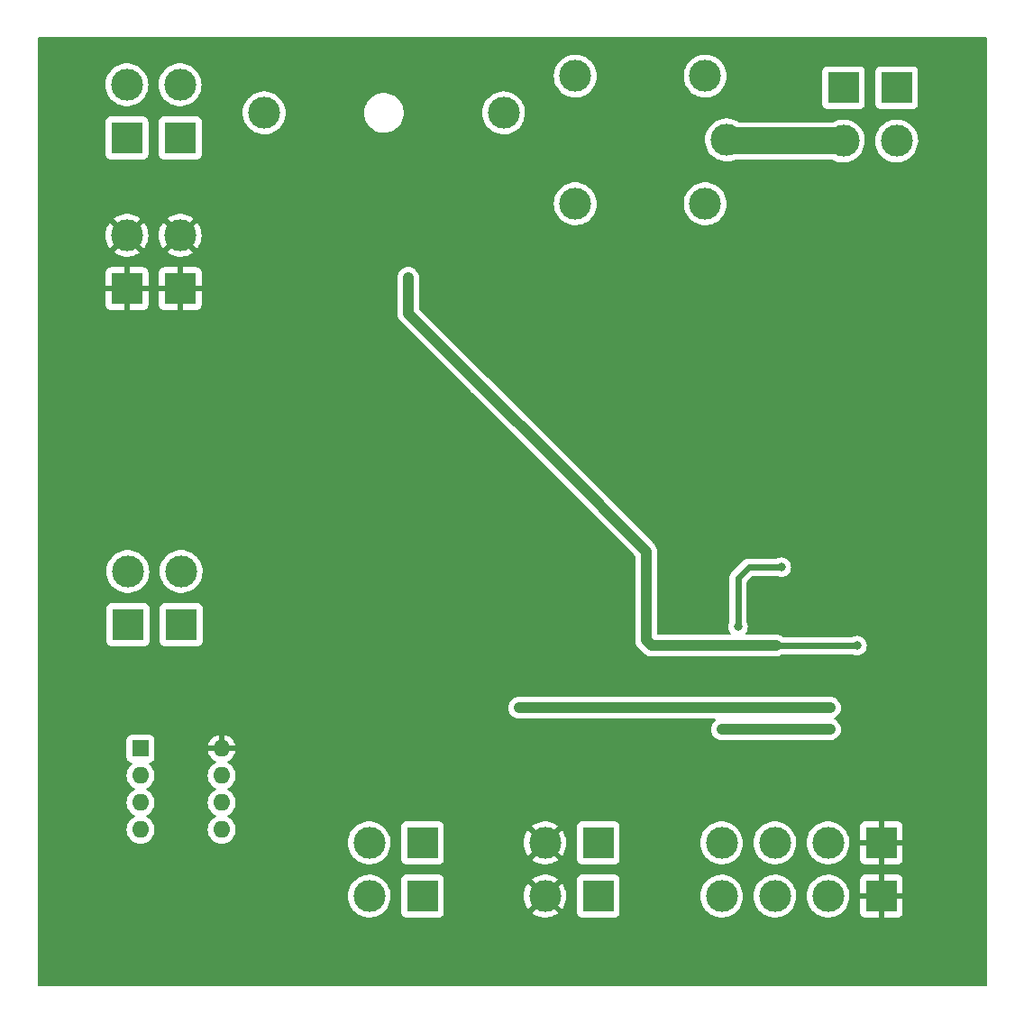
<source format=gbl>
%TF.GenerationSoftware,KiCad,Pcbnew,(6.0.4)*%
%TF.CreationDate,2022-07-09T00:06:40+02:00*%
%TF.ProjectId,BSPDandIndication,42535044-616e-4644-996e-646963617469,1.0*%
%TF.SameCoordinates,Original*%
%TF.FileFunction,Copper,L2,Bot*%
%TF.FilePolarity,Positive*%
%FSLAX46Y46*%
G04 Gerber Fmt 4.6, Leading zero omitted, Abs format (unit mm)*
G04 Created by KiCad (PCBNEW (6.0.4)) date 2022-07-09 00:06:40*
%MOMM*%
%LPD*%
G01*
G04 APERTURE LIST*
%TA.AperFunction,ComponentPad*%
%ADD10R,3.000000X3.000000*%
%TD*%
%TA.AperFunction,ComponentPad*%
%ADD11C,3.000000*%
%TD*%
%TA.AperFunction,ComponentPad*%
%ADD12R,1.600000X1.600000*%
%TD*%
%TA.AperFunction,ComponentPad*%
%ADD13O,1.600000X1.600000*%
%TD*%
%TA.AperFunction,ViaPad*%
%ADD14C,0.800000*%
%TD*%
%TA.AperFunction,Conductor*%
%ADD15C,1.000000*%
%TD*%
%TA.AperFunction,Conductor*%
%ADD16C,0.600000*%
%TD*%
%TA.AperFunction,Conductor*%
%ADD17C,2.500000*%
%TD*%
G04 APERTURE END LIST*
D10*
%TO.P,J5,1,Pin_1*%
%TO.N,LED*%
X71318500Y-89522500D03*
X71318500Y-94522500D03*
D11*
%TO.P,J5,2,Pin_2*%
%TO.N,GND*%
X66318500Y-94522500D03*
X66318500Y-89522500D03*
%TD*%
D10*
%TO.P,J4,1,Pin_1*%
%TO.N,GND*%
X97908500Y-89522500D03*
X97908500Y-94522500D03*
D11*
%TO.P,J4,2,Pin_2*%
%TO.N,Brake2*%
X92908500Y-89522500D03*
X92908500Y-94522500D03*
%TO.P,J4,3,Pin_3*%
%TO.N,Brake1*%
X87908500Y-94522500D03*
X87908500Y-89522500D03*
%TO.P,J4,4,Pin_4*%
%TO.N,TPS*%
X82908500Y-89522500D03*
X82908500Y-94522500D03*
%TD*%
D12*
%TO.P,U3,1,VDD*%
%TO.N,Net-(C4-Pad1)*%
X28331000Y-80655000D03*
D13*
%TO.P,U3,2,GP5*%
%TO.N,unconnected-(U3-Pad2)*%
X28331000Y-83195000D03*
%TO.P,U3,3,GP4*%
%TO.N,unconnected-(U3-Pad3)*%
X28331000Y-85735000D03*
%TO.P,U3,4,GP3*%
%TO.N,Net-(TP3-Pad1)*%
X28331000Y-88275000D03*
%TO.P,U3,5,GP2*%
%TO.N,Net-(R17-Pad2)*%
X35951000Y-88275000D03*
%TO.P,U3,6,GP1*%
%TO.N,Net-(TP1-Pad1)*%
X35951000Y-85735000D03*
%TO.P,U3,7,GP0*%
%TO.N,Net-(R6-Pad2)*%
X35951000Y-83195000D03*
%TO.P,U3,8,VSS*%
%TO.N,GND*%
X35951000Y-80655000D03*
%TD*%
D10*
%TO.P,J6,1,Pin_1*%
%TO.N,Net-(K1-Pad11)*%
X99348500Y-18597500D03*
X94348500Y-18597500D03*
D11*
%TO.P,J6,2,Pin_2*%
X94348500Y-23597500D03*
X99348500Y-23597500D03*
%TD*%
D10*
%TO.P,J3,1,Pin_1*%
%TO.N,12V_Telem*%
X27143500Y-69032500D03*
X32143500Y-69032500D03*
D11*
%TO.P,J3,2,Pin_2*%
X27143500Y-64032500D03*
X32143500Y-64032500D03*
%TD*%
D10*
%TO.P,J1,1,Pin_1*%
%TO.N,+12C*%
X32051000Y-23312500D03*
X27051000Y-23312500D03*
D11*
%TO.P,J1,2,Pin_2*%
X27051000Y-18312500D03*
X32051000Y-18312500D03*
%TD*%
D10*
%TO.P,J2,1,Pin_1*%
%TO.N,GND*%
X32051000Y-37465000D03*
X27051000Y-37465000D03*
D11*
%TO.P,J2,2,Pin_2*%
X32051000Y-32465000D03*
X27051000Y-32465000D03*
%TD*%
%TO.P,F1,1*%
%TO.N,+12C*%
X39931000Y-20955000D03*
%TO.P,F1,2*%
%TO.N,+12V*%
X62431000Y-20955000D03*
%TD*%
D10*
%TO.P,J7,1,Pin_1*%
%TO.N,Net-(J7-Pad1)*%
X54808500Y-89522500D03*
X54808500Y-94522500D03*
D11*
%TO.P,J7,2,Pin_2*%
X49808500Y-94522500D03*
X49808500Y-89522500D03*
%TD*%
%TO.P,K1,11*%
%TO.N,Net-(K1-Pad11)*%
X83361000Y-23495000D03*
%TO.P,K1,12*%
%TO.N,unconnected-(K1-Pad12)*%
X69161000Y-29495000D03*
%TO.P,K1,14*%
%TO.N,+12C*%
X69161000Y-17495000D03*
%TO.P,K1,A1*%
%TO.N,+12V*%
X81361000Y-17495000D03*
%TO.P,K1,A2*%
%TO.N,Net-(D4-Pad2)*%
X81361000Y-29495000D03*
%TD*%
D14*
%TO.N,GND*%
X28575000Y-94615000D03*
X51943000Y-42545000D03*
X48895000Y-34925000D03*
X48387000Y-67691000D03*
X96393000Y-30353000D03*
X62611000Y-30861000D03*
X79121000Y-58547000D03*
X23241000Y-76073000D03*
X104013000Y-41275000D03*
X69977000Y-46863000D03*
X88011000Y-59563000D03*
X96901000Y-60833000D03*
X56769000Y-32385000D03*
X63881000Y-69215000D03*
X104013000Y-50165000D03*
%TO.N,+5V*%
X88011000Y-70993000D03*
X95631000Y-70993000D03*
X60182528Y-46497472D03*
X88011000Y-78867000D03*
X53467000Y-36449000D03*
X82931000Y-78867000D03*
X93091000Y-78867000D03*
X75819000Y-65151000D03*
X75819000Y-68199000D03*
X67421528Y-53736472D03*
%TO.N,Net-(D2-Pad1)*%
X93091000Y-76835000D03*
X63881000Y-76835000D03*
X72771000Y-76835000D03*
X82931000Y-76835000D03*
%TO.N,TPS*%
X84455000Y-69215000D03*
X88519000Y-63627000D03*
%TD*%
D15*
%TO.N,+5V*%
X53467000Y-39781944D02*
X60182528Y-46497472D01*
X82931000Y-78867000D02*
X88011000Y-78867000D01*
X76327000Y-70993000D02*
X88011000Y-70993000D01*
X93091000Y-78867000D02*
X88011000Y-78867000D01*
X75819000Y-62133944D02*
X75819000Y-65151000D01*
X60182528Y-46497472D02*
X67421528Y-53736472D01*
D16*
X95631000Y-70993000D02*
X88011000Y-70993000D01*
D15*
X75819000Y-68199000D02*
X75819000Y-70485000D01*
X75819000Y-70485000D02*
X76327000Y-70993000D01*
X67421528Y-53736472D02*
X75819000Y-62133944D01*
X53467000Y-36449000D02*
X53467000Y-39781944D01*
X75819000Y-65151000D02*
X75819000Y-68199000D01*
%TO.N,Net-(D2-Pad1)*%
X82931000Y-76835000D02*
X93091000Y-76835000D01*
X63881000Y-76835000D02*
X72771000Y-76835000D01*
X72771000Y-76835000D02*
X82931000Y-76835000D01*
D16*
%TO.N,TPS*%
X84455000Y-64643000D02*
X84455000Y-69215000D01*
X85471000Y-63627000D02*
X84455000Y-64643000D01*
X88519000Y-63627000D02*
X85471000Y-63627000D01*
D17*
%TO.N,Net-(K1-Pad11)*%
X83463500Y-23597500D02*
X83361000Y-23495000D01*
X94348500Y-23597500D02*
X83463500Y-23597500D01*
%TD*%
%TA.AperFunction,Conductor*%
%TO.N,GND*%
G36*
X107764621Y-13863502D02*
G01*
X107811114Y-13917158D01*
X107822500Y-13969500D01*
X107822500Y-102870500D01*
X107802498Y-102938621D01*
X107748842Y-102985114D01*
X107696500Y-102996500D01*
X18795500Y-102996500D01*
X18727379Y-102976498D01*
X18680886Y-102922842D01*
X18669500Y-102870500D01*
X18669500Y-94501418D01*
X47795417Y-94501418D01*
X47811182Y-94774820D01*
X47812007Y-94779025D01*
X47812008Y-94779033D01*
X47833198Y-94887039D01*
X47863905Y-95043553D01*
X47865292Y-95047603D01*
X47865293Y-95047608D01*
X47886105Y-95108395D01*
X47952612Y-95302644D01*
X48075660Y-95547299D01*
X48078086Y-95550828D01*
X48078089Y-95550834D01*
X48207241Y-95738750D01*
X48230774Y-95772990D01*
X48415082Y-95975543D01*
X48625175Y-96151207D01*
X48628816Y-96153491D01*
X48853524Y-96294451D01*
X48853528Y-96294453D01*
X48857164Y-96296734D01*
X48925044Y-96327383D01*
X49102845Y-96407664D01*
X49102849Y-96407666D01*
X49106757Y-96409430D01*
X49110877Y-96410650D01*
X49110876Y-96410650D01*
X49365223Y-96485991D01*
X49365227Y-96485992D01*
X49369336Y-96487209D01*
X49373570Y-96487857D01*
X49373575Y-96487858D01*
X49635798Y-96527983D01*
X49635800Y-96527983D01*
X49640040Y-96528632D01*
X49779412Y-96530822D01*
X49909571Y-96532867D01*
X49909577Y-96532867D01*
X49913862Y-96532934D01*
X50185735Y-96500034D01*
X50450627Y-96430541D01*
X50454587Y-96428901D01*
X50454592Y-96428899D01*
X50577132Y-96378141D01*
X50703636Y-96325741D01*
X50940082Y-96187573D01*
X51089220Y-96070634D01*
X52800000Y-96070634D01*
X52806755Y-96132816D01*
X52857885Y-96269205D01*
X52945239Y-96385761D01*
X53061795Y-96473115D01*
X53198184Y-96524245D01*
X53260366Y-96531000D01*
X56356634Y-96531000D01*
X56418816Y-96524245D01*
X56555205Y-96473115D01*
X56671761Y-96385761D01*
X56759115Y-96269205D01*
X56810245Y-96132816D01*
X56812490Y-96112154D01*
X65094118Y-96112154D01*
X65101173Y-96122127D01*
X65132179Y-96148051D01*
X65139098Y-96153079D01*
X65363772Y-96294015D01*
X65371307Y-96298056D01*
X65613020Y-96407194D01*
X65621051Y-96410180D01*
X65875332Y-96485502D01*
X65883684Y-96487369D01*
X66145840Y-96527484D01*
X66154374Y-96528200D01*
X66419545Y-96532367D01*
X66428096Y-96531918D01*
X66691383Y-96500057D01*
X66699784Y-96498455D01*
X66956324Y-96431153D01*
X66964426Y-96428426D01*
X67209449Y-96326934D01*
X67217117Y-96323128D01*
X67446098Y-96189322D01*
X67453179Y-96184509D01*
X67533155Y-96121801D01*
X67541625Y-96109942D01*
X67535108Y-96098318D01*
X67507424Y-96070634D01*
X69310000Y-96070634D01*
X69316755Y-96132816D01*
X69367885Y-96269205D01*
X69455239Y-96385761D01*
X69571795Y-96473115D01*
X69708184Y-96524245D01*
X69770366Y-96531000D01*
X72866634Y-96531000D01*
X72928816Y-96524245D01*
X73065205Y-96473115D01*
X73181761Y-96385761D01*
X73269115Y-96269205D01*
X73320245Y-96132816D01*
X73327000Y-96070634D01*
X73327000Y-94501418D01*
X80895417Y-94501418D01*
X80911182Y-94774820D01*
X80912007Y-94779025D01*
X80912008Y-94779033D01*
X80933198Y-94887039D01*
X80963905Y-95043553D01*
X80965292Y-95047603D01*
X80965293Y-95047608D01*
X80986105Y-95108395D01*
X81052612Y-95302644D01*
X81175660Y-95547299D01*
X81178086Y-95550828D01*
X81178089Y-95550834D01*
X81307241Y-95738750D01*
X81330774Y-95772990D01*
X81515082Y-95975543D01*
X81725175Y-96151207D01*
X81728816Y-96153491D01*
X81953524Y-96294451D01*
X81953528Y-96294453D01*
X81957164Y-96296734D01*
X82025044Y-96327383D01*
X82202845Y-96407664D01*
X82202849Y-96407666D01*
X82206757Y-96409430D01*
X82210877Y-96410650D01*
X82210876Y-96410650D01*
X82465223Y-96485991D01*
X82465227Y-96485992D01*
X82469336Y-96487209D01*
X82473570Y-96487857D01*
X82473575Y-96487858D01*
X82735798Y-96527983D01*
X82735800Y-96527983D01*
X82740040Y-96528632D01*
X82879412Y-96530822D01*
X83009571Y-96532867D01*
X83009577Y-96532867D01*
X83013862Y-96532934D01*
X83285735Y-96500034D01*
X83550627Y-96430541D01*
X83554587Y-96428901D01*
X83554592Y-96428899D01*
X83677132Y-96378141D01*
X83803636Y-96325741D01*
X84040082Y-96187573D01*
X84255589Y-96018594D01*
X84297309Y-95975543D01*
X84443186Y-95825009D01*
X84446169Y-95821931D01*
X84448702Y-95818483D01*
X84448706Y-95818478D01*
X84605757Y-95604678D01*
X84608295Y-95601223D01*
X84610341Y-95597455D01*
X84736918Y-95364330D01*
X84736919Y-95364328D01*
X84738968Y-95360554D01*
X84835769Y-95104377D01*
X84896907Y-94837433D01*
X84900729Y-94794615D01*
X84921031Y-94567127D01*
X84921032Y-94567116D01*
X84921251Y-94564661D01*
X84921693Y-94522500D01*
X84920256Y-94501418D01*
X85895417Y-94501418D01*
X85911182Y-94774820D01*
X85912007Y-94779025D01*
X85912008Y-94779033D01*
X85933198Y-94887039D01*
X85963905Y-95043553D01*
X85965292Y-95047603D01*
X85965293Y-95047608D01*
X85986105Y-95108395D01*
X86052612Y-95302644D01*
X86175660Y-95547299D01*
X86178086Y-95550828D01*
X86178089Y-95550834D01*
X86307241Y-95738750D01*
X86330774Y-95772990D01*
X86515082Y-95975543D01*
X86725175Y-96151207D01*
X86728816Y-96153491D01*
X86953524Y-96294451D01*
X86953528Y-96294453D01*
X86957164Y-96296734D01*
X87025044Y-96327383D01*
X87202845Y-96407664D01*
X87202849Y-96407666D01*
X87206757Y-96409430D01*
X87210877Y-96410650D01*
X87210876Y-96410650D01*
X87465223Y-96485991D01*
X87465227Y-96485992D01*
X87469336Y-96487209D01*
X87473570Y-96487857D01*
X87473575Y-96487858D01*
X87735798Y-96527983D01*
X87735800Y-96527983D01*
X87740040Y-96528632D01*
X87879412Y-96530822D01*
X88009571Y-96532867D01*
X88009577Y-96532867D01*
X88013862Y-96532934D01*
X88285735Y-96500034D01*
X88550627Y-96430541D01*
X88554587Y-96428901D01*
X88554592Y-96428899D01*
X88677132Y-96378141D01*
X88803636Y-96325741D01*
X89040082Y-96187573D01*
X89255589Y-96018594D01*
X89297309Y-95975543D01*
X89443186Y-95825009D01*
X89446169Y-95821931D01*
X89448702Y-95818483D01*
X89448706Y-95818478D01*
X89605757Y-95604678D01*
X89608295Y-95601223D01*
X89610341Y-95597455D01*
X89736918Y-95364330D01*
X89736919Y-95364328D01*
X89738968Y-95360554D01*
X89835769Y-95104377D01*
X89896907Y-94837433D01*
X89900729Y-94794615D01*
X89921031Y-94567127D01*
X89921032Y-94567116D01*
X89921251Y-94564661D01*
X89921693Y-94522500D01*
X89920256Y-94501418D01*
X90895417Y-94501418D01*
X90911182Y-94774820D01*
X90912007Y-94779025D01*
X90912008Y-94779033D01*
X90933198Y-94887039D01*
X90963905Y-95043553D01*
X90965292Y-95047603D01*
X90965293Y-95047608D01*
X90986105Y-95108395D01*
X91052612Y-95302644D01*
X91175660Y-95547299D01*
X91178086Y-95550828D01*
X91178089Y-95550834D01*
X91307241Y-95738750D01*
X91330774Y-95772990D01*
X91515082Y-95975543D01*
X91725175Y-96151207D01*
X91728816Y-96153491D01*
X91953524Y-96294451D01*
X91953528Y-96294453D01*
X91957164Y-96296734D01*
X92025044Y-96327383D01*
X92202845Y-96407664D01*
X92202849Y-96407666D01*
X92206757Y-96409430D01*
X92210877Y-96410650D01*
X92210876Y-96410650D01*
X92465223Y-96485991D01*
X92465227Y-96485992D01*
X92469336Y-96487209D01*
X92473570Y-96487857D01*
X92473575Y-96487858D01*
X92735798Y-96527983D01*
X92735800Y-96527983D01*
X92740040Y-96528632D01*
X92879412Y-96530822D01*
X93009571Y-96532867D01*
X93009577Y-96532867D01*
X93013862Y-96532934D01*
X93285735Y-96500034D01*
X93550627Y-96430541D01*
X93554587Y-96428901D01*
X93554592Y-96428899D01*
X93677132Y-96378141D01*
X93803636Y-96325741D01*
X94040082Y-96187573D01*
X94193639Y-96067169D01*
X95900501Y-96067169D01*
X95900871Y-96073990D01*
X95906395Y-96124852D01*
X95910021Y-96140104D01*
X95955176Y-96260554D01*
X95963714Y-96276149D01*
X96040215Y-96378224D01*
X96052776Y-96390785D01*
X96154851Y-96467286D01*
X96170446Y-96475824D01*
X96290894Y-96520978D01*
X96306149Y-96524605D01*
X96357014Y-96530131D01*
X96363828Y-96530500D01*
X97636385Y-96530500D01*
X97651624Y-96526025D01*
X97652829Y-96524635D01*
X97654500Y-96516952D01*
X97654500Y-96512384D01*
X98162500Y-96512384D01*
X98166975Y-96527623D01*
X98168365Y-96528828D01*
X98176048Y-96530499D01*
X99453169Y-96530499D01*
X99459990Y-96530129D01*
X99510852Y-96524605D01*
X99526104Y-96520979D01*
X99646554Y-96475824D01*
X99662149Y-96467286D01*
X99764224Y-96390785D01*
X99776785Y-96378224D01*
X99853286Y-96276149D01*
X99861824Y-96260554D01*
X99906978Y-96140106D01*
X99910605Y-96124851D01*
X99916131Y-96073986D01*
X99916500Y-96067172D01*
X99916500Y-94794615D01*
X99912025Y-94779376D01*
X99910635Y-94778171D01*
X99902952Y-94776500D01*
X98180615Y-94776500D01*
X98165376Y-94780975D01*
X98164171Y-94782365D01*
X98162500Y-94790048D01*
X98162500Y-96512384D01*
X97654500Y-96512384D01*
X97654500Y-94794615D01*
X97650025Y-94779376D01*
X97648635Y-94778171D01*
X97640952Y-94776500D01*
X95918616Y-94776500D01*
X95903377Y-94780975D01*
X95902172Y-94782365D01*
X95900501Y-94790048D01*
X95900501Y-96067169D01*
X94193639Y-96067169D01*
X94255589Y-96018594D01*
X94297309Y-95975543D01*
X94443186Y-95825009D01*
X94446169Y-95821931D01*
X94448702Y-95818483D01*
X94448706Y-95818478D01*
X94605757Y-95604678D01*
X94608295Y-95601223D01*
X94610341Y-95597455D01*
X94736918Y-95364330D01*
X94736919Y-95364328D01*
X94738968Y-95360554D01*
X94835769Y-95104377D01*
X94896907Y-94837433D01*
X94900729Y-94794615D01*
X94921031Y-94567127D01*
X94921032Y-94567116D01*
X94921251Y-94564661D01*
X94921693Y-94522500D01*
X94919965Y-94497148D01*
X94903359Y-94253555D01*
X94903358Y-94253549D01*
X94903142Y-94250385D01*
X95900500Y-94250385D01*
X95904975Y-94265624D01*
X95906365Y-94266829D01*
X95914048Y-94268500D01*
X97636385Y-94268500D01*
X97651624Y-94264025D01*
X97652829Y-94262635D01*
X97654500Y-94254952D01*
X97654500Y-94250385D01*
X98162500Y-94250385D01*
X98166975Y-94265624D01*
X98168365Y-94266829D01*
X98176048Y-94268500D01*
X99898384Y-94268500D01*
X99913623Y-94264025D01*
X99914828Y-94262635D01*
X99916499Y-94254952D01*
X99916499Y-92977831D01*
X99916129Y-92971010D01*
X99910605Y-92920148D01*
X99906979Y-92904896D01*
X99861824Y-92784446D01*
X99853286Y-92768851D01*
X99776785Y-92666776D01*
X99764224Y-92654215D01*
X99662149Y-92577714D01*
X99646554Y-92569176D01*
X99526106Y-92524022D01*
X99510851Y-92520395D01*
X99459986Y-92514869D01*
X99453172Y-92514500D01*
X98180615Y-92514500D01*
X98165376Y-92518975D01*
X98164171Y-92520365D01*
X98162500Y-92528048D01*
X98162500Y-94250385D01*
X97654500Y-94250385D01*
X97654500Y-92532616D01*
X97650025Y-92517377D01*
X97648635Y-92516172D01*
X97640952Y-92514501D01*
X96363831Y-92514501D01*
X96357010Y-92514871D01*
X96306148Y-92520395D01*
X96290896Y-92524021D01*
X96170446Y-92569176D01*
X96154851Y-92577714D01*
X96052776Y-92654215D01*
X96040215Y-92666776D01*
X95963714Y-92768851D01*
X95955176Y-92784446D01*
X95910022Y-92904894D01*
X95906395Y-92920149D01*
X95900869Y-92971014D01*
X95900500Y-92977828D01*
X95900500Y-94250385D01*
X94903142Y-94250385D01*
X94903067Y-94249278D01*
X94847532Y-93981112D01*
X94756117Y-93722965D01*
X94630513Y-93479612D01*
X94620540Y-93465421D01*
X94475508Y-93259062D01*
X94473045Y-93255557D01*
X94286625Y-93054945D01*
X94283310Y-93052231D01*
X94283306Y-93052228D01*
X94121804Y-92920040D01*
X94074705Y-92881490D01*
X93841204Y-92738401D01*
X93837268Y-92736673D01*
X93594373Y-92630049D01*
X93594369Y-92630048D01*
X93590445Y-92628325D01*
X93327066Y-92553300D01*
X93322824Y-92552696D01*
X93322818Y-92552695D01*
X93117887Y-92523529D01*
X93055943Y-92514713D01*
X92912089Y-92513960D01*
X92786377Y-92513302D01*
X92786371Y-92513302D01*
X92782091Y-92513280D01*
X92777847Y-92513839D01*
X92777843Y-92513839D01*
X92669916Y-92528048D01*
X92510578Y-92549025D01*
X92506438Y-92550158D01*
X92506436Y-92550158D01*
X92438537Y-92568733D01*
X92246428Y-92621288D01*
X92242480Y-92622972D01*
X91998482Y-92727046D01*
X91998478Y-92727048D01*
X91994530Y-92728732D01*
X91974625Y-92740645D01*
X91763225Y-92867164D01*
X91763221Y-92867167D01*
X91759543Y-92869368D01*
X91545818Y-93040594D01*
X91357308Y-93239242D01*
X91197502Y-93461636D01*
X91069357Y-93703661D01*
X91067885Y-93707684D01*
X91067883Y-93707688D01*
X91060814Y-93727006D01*
X90975243Y-93960837D01*
X90916904Y-94228407D01*
X90895417Y-94501418D01*
X89920256Y-94501418D01*
X89919965Y-94497148D01*
X89903359Y-94253555D01*
X89903358Y-94253549D01*
X89903067Y-94249278D01*
X89847532Y-93981112D01*
X89756117Y-93722965D01*
X89630513Y-93479612D01*
X89620540Y-93465421D01*
X89475508Y-93259062D01*
X89473045Y-93255557D01*
X89286625Y-93054945D01*
X89283310Y-93052231D01*
X89283306Y-93052228D01*
X89121804Y-92920040D01*
X89074705Y-92881490D01*
X88841204Y-92738401D01*
X88837268Y-92736673D01*
X88594373Y-92630049D01*
X88594369Y-92630048D01*
X88590445Y-92628325D01*
X88327066Y-92553300D01*
X88322824Y-92552696D01*
X88322818Y-92552695D01*
X88117887Y-92523529D01*
X88055943Y-92514713D01*
X87912089Y-92513960D01*
X87786377Y-92513302D01*
X87786371Y-92513302D01*
X87782091Y-92513280D01*
X87777847Y-92513839D01*
X87777843Y-92513839D01*
X87669916Y-92528048D01*
X87510578Y-92549025D01*
X87506438Y-92550158D01*
X87506436Y-92550158D01*
X87438537Y-92568733D01*
X87246428Y-92621288D01*
X87242480Y-92622972D01*
X86998482Y-92727046D01*
X86998478Y-92727048D01*
X86994530Y-92728732D01*
X86974625Y-92740645D01*
X86763225Y-92867164D01*
X86763221Y-92867167D01*
X86759543Y-92869368D01*
X86545818Y-93040594D01*
X86357308Y-93239242D01*
X86197502Y-93461636D01*
X86069357Y-93703661D01*
X86067885Y-93707684D01*
X86067883Y-93707688D01*
X86060814Y-93727006D01*
X85975243Y-93960837D01*
X85916904Y-94228407D01*
X85895417Y-94501418D01*
X84920256Y-94501418D01*
X84919965Y-94497148D01*
X84903359Y-94253555D01*
X84903358Y-94253549D01*
X84903067Y-94249278D01*
X84847532Y-93981112D01*
X84756117Y-93722965D01*
X84630513Y-93479612D01*
X84620540Y-93465421D01*
X84475508Y-93259062D01*
X84473045Y-93255557D01*
X84286625Y-93054945D01*
X84283310Y-93052231D01*
X84283306Y-93052228D01*
X84121804Y-92920040D01*
X84074705Y-92881490D01*
X83841204Y-92738401D01*
X83837268Y-92736673D01*
X83594373Y-92630049D01*
X83594369Y-92630048D01*
X83590445Y-92628325D01*
X83327066Y-92553300D01*
X83322824Y-92552696D01*
X83322818Y-92552695D01*
X83117887Y-92523529D01*
X83055943Y-92514713D01*
X82912089Y-92513960D01*
X82786377Y-92513302D01*
X82786371Y-92513302D01*
X82782091Y-92513280D01*
X82777847Y-92513839D01*
X82777843Y-92513839D01*
X82669916Y-92528048D01*
X82510578Y-92549025D01*
X82506438Y-92550158D01*
X82506436Y-92550158D01*
X82438537Y-92568733D01*
X82246428Y-92621288D01*
X82242480Y-92622972D01*
X81998482Y-92727046D01*
X81998478Y-92727048D01*
X81994530Y-92728732D01*
X81974625Y-92740645D01*
X81763225Y-92867164D01*
X81763221Y-92867167D01*
X81759543Y-92869368D01*
X81545818Y-93040594D01*
X81357308Y-93239242D01*
X81197502Y-93461636D01*
X81069357Y-93703661D01*
X81067885Y-93707684D01*
X81067883Y-93707688D01*
X81060814Y-93727006D01*
X80975243Y-93960837D01*
X80916904Y-94228407D01*
X80895417Y-94501418D01*
X73327000Y-94501418D01*
X73327000Y-92974366D01*
X73320245Y-92912184D01*
X73269115Y-92775795D01*
X73181761Y-92659239D01*
X73065205Y-92571885D01*
X72928816Y-92520755D01*
X72866634Y-92514000D01*
X69770366Y-92514000D01*
X69708184Y-92520755D01*
X69571795Y-92571885D01*
X69455239Y-92659239D01*
X69367885Y-92775795D01*
X69316755Y-92912184D01*
X69310000Y-92974366D01*
X69310000Y-96070634D01*
X67507424Y-96070634D01*
X66331312Y-94894522D01*
X66317368Y-94886908D01*
X66315535Y-94887039D01*
X66308920Y-94891290D01*
X65101410Y-96098800D01*
X65094118Y-96112154D01*
X56812490Y-96112154D01*
X56817000Y-96070634D01*
X56817000Y-94505704D01*
X64306165Y-94505704D01*
X64321432Y-94770469D01*
X64322505Y-94778970D01*
X64373565Y-95039222D01*
X64375776Y-95047474D01*
X64461684Y-95298394D01*
X64464999Y-95306279D01*
X64584164Y-95543213D01*
X64588520Y-95550579D01*
X64717847Y-95738750D01*
X64728101Y-95747094D01*
X64741842Y-95739948D01*
X65946478Y-94535312D01*
X65952856Y-94523632D01*
X66682908Y-94523632D01*
X66683039Y-94525465D01*
X66687290Y-94532080D01*
X67894230Y-95739020D01*
X67906439Y-95745687D01*
X67917939Y-95736997D01*
X68015331Y-95604413D01*
X68019918Y-95597185D01*
X68146462Y-95364121D01*
X68150030Y-95356327D01*
X68243771Y-95108250D01*
X68246248Y-95100044D01*
X68305454Y-94841538D01*
X68306794Y-94833077D01*
X68330531Y-94567116D01*
X68330777Y-94562177D01*
X68331166Y-94524985D01*
X68331023Y-94520019D01*
X68312862Y-94253623D01*
X68311701Y-94245149D01*
X68257919Y-93985444D01*
X68255620Y-93977209D01*
X68167088Y-93727205D01*
X68163691Y-93719354D01*
X68042050Y-93483678D01*
X68037622Y-93476366D01*
X67918531Y-93306917D01*
X67908009Y-93298537D01*
X67894621Y-93305589D01*
X66690522Y-94509688D01*
X66682908Y-94523632D01*
X65952856Y-94523632D01*
X65954092Y-94521368D01*
X65953961Y-94519535D01*
X65949710Y-94512920D01*
X64742314Y-93305524D01*
X64730304Y-93298966D01*
X64718564Y-93307934D01*
X64610435Y-93458411D01*
X64605918Y-93465696D01*
X64481825Y-93700067D01*
X64478339Y-93707895D01*
X64387200Y-93956946D01*
X64384811Y-93965170D01*
X64328312Y-94224295D01*
X64327063Y-94232750D01*
X64306254Y-94497153D01*
X64306165Y-94505704D01*
X56817000Y-94505704D01*
X56817000Y-92974366D01*
X56812724Y-92935000D01*
X65095084Y-92935000D01*
X65101480Y-92946270D01*
X66305688Y-94150478D01*
X66319632Y-94158092D01*
X66321465Y-94157961D01*
X66328080Y-94153710D01*
X67535104Y-92946686D01*
X67542295Y-92933517D01*
X67534973Y-92923280D01*
X67487733Y-92884615D01*
X67480761Y-92879660D01*
X67254622Y-92741082D01*
X67247052Y-92737124D01*
X67004204Y-92630522D01*
X66996144Y-92627620D01*
X66741092Y-92554967D01*
X66732714Y-92553185D01*
X66470156Y-92515818D01*
X66461611Y-92515191D01*
X66196408Y-92513802D01*
X66187874Y-92514339D01*
X65924933Y-92548956D01*
X65916535Y-92550649D01*
X65660738Y-92620627D01*
X65652643Y-92623446D01*
X65408699Y-92727497D01*
X65401077Y-92731381D01*
X65173513Y-92867575D01*
X65166481Y-92872462D01*
X65103553Y-92922877D01*
X65095084Y-92935000D01*
X56812724Y-92935000D01*
X56810245Y-92912184D01*
X56759115Y-92775795D01*
X56671761Y-92659239D01*
X56555205Y-92571885D01*
X56418816Y-92520755D01*
X56356634Y-92514000D01*
X53260366Y-92514000D01*
X53198184Y-92520755D01*
X53061795Y-92571885D01*
X52945239Y-92659239D01*
X52857885Y-92775795D01*
X52806755Y-92912184D01*
X52800000Y-92974366D01*
X52800000Y-96070634D01*
X51089220Y-96070634D01*
X51155589Y-96018594D01*
X51197309Y-95975543D01*
X51343186Y-95825009D01*
X51346169Y-95821931D01*
X51348702Y-95818483D01*
X51348706Y-95818478D01*
X51505757Y-95604678D01*
X51508295Y-95601223D01*
X51510341Y-95597455D01*
X51636918Y-95364330D01*
X51636919Y-95364328D01*
X51638968Y-95360554D01*
X51735769Y-95104377D01*
X51796907Y-94837433D01*
X51800729Y-94794615D01*
X51821031Y-94567127D01*
X51821032Y-94567116D01*
X51821251Y-94564661D01*
X51821693Y-94522500D01*
X51819965Y-94497148D01*
X51803359Y-94253555D01*
X51803358Y-94253549D01*
X51803067Y-94249278D01*
X51747532Y-93981112D01*
X51656117Y-93722965D01*
X51530513Y-93479612D01*
X51520540Y-93465421D01*
X51375508Y-93259062D01*
X51373045Y-93255557D01*
X51186625Y-93054945D01*
X51183310Y-93052231D01*
X51183306Y-93052228D01*
X51021804Y-92920040D01*
X50974705Y-92881490D01*
X50741204Y-92738401D01*
X50737268Y-92736673D01*
X50494373Y-92630049D01*
X50494369Y-92630048D01*
X50490445Y-92628325D01*
X50227066Y-92553300D01*
X50222824Y-92552696D01*
X50222818Y-92552695D01*
X50017887Y-92523529D01*
X49955943Y-92514713D01*
X49812089Y-92513960D01*
X49686377Y-92513302D01*
X49686371Y-92513302D01*
X49682091Y-92513280D01*
X49677847Y-92513839D01*
X49677843Y-92513839D01*
X49569916Y-92528048D01*
X49410578Y-92549025D01*
X49406438Y-92550158D01*
X49406436Y-92550158D01*
X49338537Y-92568733D01*
X49146428Y-92621288D01*
X49142480Y-92622972D01*
X48898482Y-92727046D01*
X48898478Y-92727048D01*
X48894530Y-92728732D01*
X48874625Y-92740645D01*
X48663225Y-92867164D01*
X48663221Y-92867167D01*
X48659543Y-92869368D01*
X48445818Y-93040594D01*
X48257308Y-93239242D01*
X48097502Y-93461636D01*
X47969357Y-93703661D01*
X47967885Y-93707684D01*
X47967883Y-93707688D01*
X47960814Y-93727006D01*
X47875243Y-93960837D01*
X47816904Y-94228407D01*
X47795417Y-94501418D01*
X18669500Y-94501418D01*
X18669500Y-88275000D01*
X27017502Y-88275000D01*
X27037457Y-88503087D01*
X27038881Y-88508400D01*
X27038881Y-88508402D01*
X27092336Y-88707895D01*
X27096716Y-88724243D01*
X27099039Y-88729224D01*
X27099039Y-88729225D01*
X27191151Y-88926762D01*
X27191154Y-88926767D01*
X27193477Y-88931749D01*
X27324802Y-89119300D01*
X27486700Y-89281198D01*
X27491208Y-89284355D01*
X27491211Y-89284357D01*
X27569389Y-89339098D01*
X27674251Y-89412523D01*
X27679233Y-89414846D01*
X27679238Y-89414849D01*
X27876775Y-89506961D01*
X27881757Y-89509284D01*
X27887065Y-89510706D01*
X27887067Y-89510707D01*
X28097598Y-89567119D01*
X28097600Y-89567119D01*
X28102913Y-89568543D01*
X28331000Y-89588498D01*
X28559087Y-89568543D01*
X28564400Y-89567119D01*
X28564402Y-89567119D01*
X28774933Y-89510707D01*
X28774935Y-89510706D01*
X28780243Y-89509284D01*
X28785225Y-89506961D01*
X28982762Y-89414849D01*
X28982767Y-89414846D01*
X28987749Y-89412523D01*
X29092611Y-89339098D01*
X29170789Y-89284357D01*
X29170792Y-89284355D01*
X29175300Y-89281198D01*
X29337198Y-89119300D01*
X29468523Y-88931749D01*
X29470846Y-88926767D01*
X29470849Y-88926762D01*
X29562961Y-88729225D01*
X29562961Y-88729224D01*
X29565284Y-88724243D01*
X29569665Y-88707895D01*
X29623119Y-88508402D01*
X29623119Y-88508400D01*
X29624543Y-88503087D01*
X29644498Y-88275000D01*
X34637502Y-88275000D01*
X34657457Y-88503087D01*
X34658881Y-88508400D01*
X34658881Y-88508402D01*
X34712336Y-88707895D01*
X34716716Y-88724243D01*
X34719039Y-88729224D01*
X34719039Y-88729225D01*
X34811151Y-88926762D01*
X34811154Y-88926767D01*
X34813477Y-88931749D01*
X34944802Y-89119300D01*
X35106700Y-89281198D01*
X35111208Y-89284355D01*
X35111211Y-89284357D01*
X35189389Y-89339098D01*
X35294251Y-89412523D01*
X35299233Y-89414846D01*
X35299238Y-89414849D01*
X35496775Y-89506961D01*
X35501757Y-89509284D01*
X35507065Y-89510706D01*
X35507067Y-89510707D01*
X35717598Y-89567119D01*
X35717600Y-89567119D01*
X35722913Y-89568543D01*
X35951000Y-89588498D01*
X36179087Y-89568543D01*
X36184400Y-89567119D01*
X36184402Y-89567119D01*
X36394933Y-89510707D01*
X36394935Y-89510706D01*
X36400243Y-89509284D01*
X36405225Y-89506961D01*
X36417112Y-89501418D01*
X47795417Y-89501418D01*
X47811182Y-89774820D01*
X47812007Y-89779025D01*
X47812008Y-89779033D01*
X47833198Y-89887039D01*
X47863905Y-90043553D01*
X47865292Y-90047603D01*
X47865293Y-90047608D01*
X47886105Y-90108395D01*
X47952612Y-90302644D01*
X48075660Y-90547299D01*
X48078086Y-90550828D01*
X48078089Y-90550834D01*
X48207241Y-90738750D01*
X48230774Y-90772990D01*
X48415082Y-90975543D01*
X48625175Y-91151207D01*
X48628816Y-91153491D01*
X48853524Y-91294451D01*
X48853528Y-91294453D01*
X48857164Y-91296734D01*
X48925044Y-91327383D01*
X49102845Y-91407664D01*
X49102849Y-91407666D01*
X49106757Y-91409430D01*
X49110877Y-91410650D01*
X49110876Y-91410650D01*
X49365223Y-91485991D01*
X49365227Y-91485992D01*
X49369336Y-91487209D01*
X49373570Y-91487857D01*
X49373575Y-91487858D01*
X49635798Y-91527983D01*
X49635800Y-91527983D01*
X49640040Y-91528632D01*
X49779412Y-91530822D01*
X49909571Y-91532867D01*
X49909577Y-91532867D01*
X49913862Y-91532934D01*
X50185735Y-91500034D01*
X50450627Y-91430541D01*
X50454587Y-91428901D01*
X50454592Y-91428899D01*
X50577131Y-91378141D01*
X50703636Y-91325741D01*
X50940082Y-91187573D01*
X51089220Y-91070634D01*
X52800000Y-91070634D01*
X52806755Y-91132816D01*
X52857885Y-91269205D01*
X52945239Y-91385761D01*
X53061795Y-91473115D01*
X53198184Y-91524245D01*
X53260366Y-91531000D01*
X56356634Y-91531000D01*
X56418816Y-91524245D01*
X56555205Y-91473115D01*
X56671761Y-91385761D01*
X56759115Y-91269205D01*
X56810245Y-91132816D01*
X56812490Y-91112154D01*
X65094118Y-91112154D01*
X65101173Y-91122127D01*
X65132179Y-91148051D01*
X65139098Y-91153079D01*
X65363772Y-91294015D01*
X65371307Y-91298056D01*
X65613020Y-91407194D01*
X65621051Y-91410180D01*
X65875332Y-91485502D01*
X65883684Y-91487369D01*
X66145840Y-91527484D01*
X66154374Y-91528200D01*
X66419545Y-91532367D01*
X66428096Y-91531918D01*
X66691383Y-91500057D01*
X66699784Y-91498455D01*
X66956324Y-91431153D01*
X66964426Y-91428426D01*
X67209449Y-91326934D01*
X67217117Y-91323128D01*
X67446098Y-91189322D01*
X67453179Y-91184509D01*
X67533155Y-91121801D01*
X67541625Y-91109942D01*
X67535108Y-91098318D01*
X67507424Y-91070634D01*
X69310000Y-91070634D01*
X69316755Y-91132816D01*
X69367885Y-91269205D01*
X69455239Y-91385761D01*
X69571795Y-91473115D01*
X69708184Y-91524245D01*
X69770366Y-91531000D01*
X72866634Y-91531000D01*
X72928816Y-91524245D01*
X73065205Y-91473115D01*
X73181761Y-91385761D01*
X73269115Y-91269205D01*
X73320245Y-91132816D01*
X73327000Y-91070634D01*
X73327000Y-89501418D01*
X80895417Y-89501418D01*
X80911182Y-89774820D01*
X80912007Y-89779025D01*
X80912008Y-89779033D01*
X80933198Y-89887039D01*
X80963905Y-90043553D01*
X80965292Y-90047603D01*
X80965293Y-90047608D01*
X80986105Y-90108395D01*
X81052612Y-90302644D01*
X81175660Y-90547299D01*
X81178086Y-90550828D01*
X81178089Y-90550834D01*
X81307241Y-90738750D01*
X81330774Y-90772990D01*
X81515082Y-90975543D01*
X81725175Y-91151207D01*
X81728816Y-91153491D01*
X81953524Y-91294451D01*
X81953528Y-91294453D01*
X81957164Y-91296734D01*
X82025044Y-91327383D01*
X82202845Y-91407664D01*
X82202849Y-91407666D01*
X82206757Y-91409430D01*
X82210877Y-91410650D01*
X82210876Y-91410650D01*
X82465223Y-91485991D01*
X82465227Y-91485992D01*
X82469336Y-91487209D01*
X82473570Y-91487857D01*
X82473575Y-91487858D01*
X82735798Y-91527983D01*
X82735800Y-91527983D01*
X82740040Y-91528632D01*
X82879412Y-91530822D01*
X83009571Y-91532867D01*
X83009577Y-91532867D01*
X83013862Y-91532934D01*
X83285735Y-91500034D01*
X83550627Y-91430541D01*
X83554587Y-91428901D01*
X83554592Y-91428899D01*
X83677131Y-91378141D01*
X83803636Y-91325741D01*
X84040082Y-91187573D01*
X84255589Y-91018594D01*
X84297309Y-90975543D01*
X84443186Y-90825009D01*
X84446169Y-90821931D01*
X84448702Y-90818483D01*
X84448706Y-90818478D01*
X84605757Y-90604678D01*
X84608295Y-90601223D01*
X84610341Y-90597455D01*
X84736918Y-90364330D01*
X84736919Y-90364328D01*
X84738968Y-90360554D01*
X84835769Y-90104377D01*
X84896907Y-89837433D01*
X84900729Y-89794615D01*
X84921031Y-89567127D01*
X84921031Y-89567125D01*
X84921251Y-89564661D01*
X84921693Y-89522500D01*
X84920256Y-89501418D01*
X85895417Y-89501418D01*
X85911182Y-89774820D01*
X85912007Y-89779025D01*
X85912008Y-89779033D01*
X85933198Y-89887039D01*
X85963905Y-90043553D01*
X85965292Y-90047603D01*
X85965293Y-90047608D01*
X85986105Y-90108395D01*
X86052612Y-90302644D01*
X86175660Y-90547299D01*
X86178086Y-90550828D01*
X86178089Y-90550834D01*
X86307241Y-90738750D01*
X86330774Y-90772990D01*
X86515082Y-90975543D01*
X86725175Y-91151207D01*
X86728816Y-91153491D01*
X86953524Y-91294451D01*
X86953528Y-91294453D01*
X86957164Y-91296734D01*
X87025044Y-91327383D01*
X87202845Y-91407664D01*
X87202849Y-91407666D01*
X87206757Y-91409430D01*
X87210877Y-91410650D01*
X87210876Y-91410650D01*
X87465223Y-91485991D01*
X87465227Y-91485992D01*
X87469336Y-91487209D01*
X87473570Y-91487857D01*
X87473575Y-91487858D01*
X87735798Y-91527983D01*
X87735800Y-91527983D01*
X87740040Y-91528632D01*
X87879412Y-91530822D01*
X88009571Y-91532867D01*
X88009577Y-91532867D01*
X88013862Y-91532934D01*
X88285735Y-91500034D01*
X88550627Y-91430541D01*
X88554587Y-91428901D01*
X88554592Y-91428899D01*
X88677131Y-91378141D01*
X88803636Y-91325741D01*
X89040082Y-91187573D01*
X89255589Y-91018594D01*
X89297309Y-90975543D01*
X89443186Y-90825009D01*
X89446169Y-90821931D01*
X89448702Y-90818483D01*
X89448706Y-90818478D01*
X89605757Y-90604678D01*
X89608295Y-90601223D01*
X89610341Y-90597455D01*
X89736918Y-90364330D01*
X89736919Y-90364328D01*
X89738968Y-90360554D01*
X89835769Y-90104377D01*
X89896907Y-89837433D01*
X89900729Y-89794615D01*
X89921031Y-89567127D01*
X89921031Y-89567125D01*
X89921251Y-89564661D01*
X89921693Y-89522500D01*
X89920256Y-89501418D01*
X90895417Y-89501418D01*
X90911182Y-89774820D01*
X90912007Y-89779025D01*
X90912008Y-89779033D01*
X90933198Y-89887039D01*
X90963905Y-90043553D01*
X90965292Y-90047603D01*
X90965293Y-90047608D01*
X90986105Y-90108395D01*
X91052612Y-90302644D01*
X91175660Y-90547299D01*
X91178086Y-90550828D01*
X91178089Y-90550834D01*
X91307241Y-90738750D01*
X91330774Y-90772990D01*
X91515082Y-90975543D01*
X91725175Y-91151207D01*
X91728816Y-91153491D01*
X91953524Y-91294451D01*
X91953528Y-91294453D01*
X91957164Y-91296734D01*
X92025044Y-91327383D01*
X92202845Y-91407664D01*
X92202849Y-91407666D01*
X92206757Y-91409430D01*
X92210877Y-91410650D01*
X92210876Y-91410650D01*
X92465223Y-91485991D01*
X92465227Y-91485992D01*
X92469336Y-91487209D01*
X92473570Y-91487857D01*
X92473575Y-91487858D01*
X92735798Y-91527983D01*
X92735800Y-91527983D01*
X92740040Y-91528632D01*
X92879412Y-91530822D01*
X93009571Y-91532867D01*
X93009577Y-91532867D01*
X93013862Y-91532934D01*
X93285735Y-91500034D01*
X93550627Y-91430541D01*
X93554587Y-91428901D01*
X93554592Y-91428899D01*
X93677131Y-91378141D01*
X93803636Y-91325741D01*
X94040082Y-91187573D01*
X94193639Y-91067169D01*
X95900501Y-91067169D01*
X95900871Y-91073990D01*
X95906395Y-91124852D01*
X95910021Y-91140104D01*
X95955176Y-91260554D01*
X95963714Y-91276149D01*
X96040215Y-91378224D01*
X96052776Y-91390785D01*
X96154851Y-91467286D01*
X96170446Y-91475824D01*
X96290894Y-91520978D01*
X96306149Y-91524605D01*
X96357014Y-91530131D01*
X96363828Y-91530500D01*
X97636385Y-91530500D01*
X97651624Y-91526025D01*
X97652829Y-91524635D01*
X97654500Y-91516952D01*
X97654500Y-91512384D01*
X98162500Y-91512384D01*
X98166975Y-91527623D01*
X98168365Y-91528828D01*
X98176048Y-91530499D01*
X99453169Y-91530499D01*
X99459990Y-91530129D01*
X99510852Y-91524605D01*
X99526104Y-91520979D01*
X99646554Y-91475824D01*
X99662149Y-91467286D01*
X99764224Y-91390785D01*
X99776785Y-91378224D01*
X99853286Y-91276149D01*
X99861824Y-91260554D01*
X99906978Y-91140106D01*
X99910605Y-91124851D01*
X99916131Y-91073986D01*
X99916500Y-91067172D01*
X99916500Y-89794615D01*
X99912025Y-89779376D01*
X99910635Y-89778171D01*
X99902952Y-89776500D01*
X98180615Y-89776500D01*
X98165376Y-89780975D01*
X98164171Y-89782365D01*
X98162500Y-89790048D01*
X98162500Y-91512384D01*
X97654500Y-91512384D01*
X97654500Y-89794615D01*
X97650025Y-89779376D01*
X97648635Y-89778171D01*
X97640952Y-89776500D01*
X95918616Y-89776500D01*
X95903377Y-89780975D01*
X95902172Y-89782365D01*
X95900501Y-89790048D01*
X95900501Y-91067169D01*
X94193639Y-91067169D01*
X94255589Y-91018594D01*
X94297309Y-90975543D01*
X94443186Y-90825009D01*
X94446169Y-90821931D01*
X94448702Y-90818483D01*
X94448706Y-90818478D01*
X94605757Y-90604678D01*
X94608295Y-90601223D01*
X94610341Y-90597455D01*
X94736918Y-90364330D01*
X94736919Y-90364328D01*
X94738968Y-90360554D01*
X94835769Y-90104377D01*
X94896907Y-89837433D01*
X94900729Y-89794615D01*
X94921031Y-89567127D01*
X94921031Y-89567125D01*
X94921251Y-89564661D01*
X94921693Y-89522500D01*
X94919965Y-89497148D01*
X94903359Y-89253555D01*
X94903358Y-89253549D01*
X94903142Y-89250385D01*
X95900500Y-89250385D01*
X95904975Y-89265624D01*
X95906365Y-89266829D01*
X95914048Y-89268500D01*
X97636385Y-89268500D01*
X97651624Y-89264025D01*
X97652829Y-89262635D01*
X97654500Y-89254952D01*
X97654500Y-89250385D01*
X98162500Y-89250385D01*
X98166975Y-89265624D01*
X98168365Y-89266829D01*
X98176048Y-89268500D01*
X99898384Y-89268500D01*
X99913623Y-89264025D01*
X99914828Y-89262635D01*
X99916499Y-89254952D01*
X99916499Y-87977831D01*
X99916129Y-87971010D01*
X99910605Y-87920148D01*
X99906979Y-87904896D01*
X99861824Y-87784446D01*
X99853286Y-87768851D01*
X99776785Y-87666776D01*
X99764224Y-87654215D01*
X99662149Y-87577714D01*
X99646554Y-87569176D01*
X99526106Y-87524022D01*
X99510851Y-87520395D01*
X99459986Y-87514869D01*
X99453172Y-87514500D01*
X98180615Y-87514500D01*
X98165376Y-87518975D01*
X98164171Y-87520365D01*
X98162500Y-87528048D01*
X98162500Y-89250385D01*
X97654500Y-89250385D01*
X97654500Y-87532616D01*
X97650025Y-87517377D01*
X97648635Y-87516172D01*
X97640952Y-87514501D01*
X96363831Y-87514501D01*
X96357010Y-87514871D01*
X96306148Y-87520395D01*
X96290896Y-87524021D01*
X96170446Y-87569176D01*
X96154851Y-87577714D01*
X96052776Y-87654215D01*
X96040215Y-87666776D01*
X95963714Y-87768851D01*
X95955176Y-87784446D01*
X95910022Y-87904894D01*
X95906395Y-87920149D01*
X95900869Y-87971014D01*
X95900500Y-87977828D01*
X95900500Y-89250385D01*
X94903142Y-89250385D01*
X94903067Y-89249278D01*
X94847532Y-88981112D01*
X94756117Y-88722965D01*
X94630513Y-88479612D01*
X94620540Y-88465421D01*
X94503252Y-88298537D01*
X94473045Y-88255557D01*
X94286625Y-88054945D01*
X94283310Y-88052231D01*
X94283306Y-88052228D01*
X94121804Y-87920040D01*
X94074705Y-87881490D01*
X93841204Y-87738401D01*
X93837268Y-87736673D01*
X93594373Y-87630049D01*
X93594369Y-87630048D01*
X93590445Y-87628325D01*
X93327066Y-87553300D01*
X93322824Y-87552696D01*
X93322818Y-87552695D01*
X93117887Y-87523529D01*
X93055943Y-87514713D01*
X92912089Y-87513960D01*
X92786377Y-87513302D01*
X92786371Y-87513302D01*
X92782091Y-87513280D01*
X92777847Y-87513839D01*
X92777843Y-87513839D01*
X92669916Y-87528048D01*
X92510578Y-87549025D01*
X92506438Y-87550158D01*
X92506436Y-87550158D01*
X92438537Y-87568733D01*
X92246428Y-87621288D01*
X92242480Y-87622972D01*
X91998482Y-87727046D01*
X91998478Y-87727048D01*
X91994530Y-87728732D01*
X91974625Y-87740645D01*
X91763225Y-87867164D01*
X91763221Y-87867167D01*
X91759543Y-87869368D01*
X91545818Y-88040594D01*
X91357308Y-88239242D01*
X91197502Y-88461636D01*
X91069357Y-88703661D01*
X91067885Y-88707684D01*
X91067883Y-88707688D01*
X91061825Y-88724243D01*
X90975243Y-88960837D01*
X90916904Y-89228407D01*
X90895417Y-89501418D01*
X89920256Y-89501418D01*
X89919965Y-89497148D01*
X89903359Y-89253555D01*
X89903358Y-89253549D01*
X89903067Y-89249278D01*
X89847532Y-88981112D01*
X89756117Y-88722965D01*
X89630513Y-88479612D01*
X89620540Y-88465421D01*
X89503252Y-88298537D01*
X89473045Y-88255557D01*
X89286625Y-88054945D01*
X89283310Y-88052231D01*
X89283306Y-88052228D01*
X89121804Y-87920040D01*
X89074705Y-87881490D01*
X88841204Y-87738401D01*
X88837268Y-87736673D01*
X88594373Y-87630049D01*
X88594369Y-87630048D01*
X88590445Y-87628325D01*
X88327066Y-87553300D01*
X88322824Y-87552696D01*
X88322818Y-87552695D01*
X88117887Y-87523529D01*
X88055943Y-87514713D01*
X87912089Y-87513960D01*
X87786377Y-87513302D01*
X87786371Y-87513302D01*
X87782091Y-87513280D01*
X87777847Y-87513839D01*
X87777843Y-87513839D01*
X87669916Y-87528048D01*
X87510578Y-87549025D01*
X87506438Y-87550158D01*
X87506436Y-87550158D01*
X87438537Y-87568733D01*
X87246428Y-87621288D01*
X87242480Y-87622972D01*
X86998482Y-87727046D01*
X86998478Y-87727048D01*
X86994530Y-87728732D01*
X86974625Y-87740645D01*
X86763225Y-87867164D01*
X86763221Y-87867167D01*
X86759543Y-87869368D01*
X86545818Y-88040594D01*
X86357308Y-88239242D01*
X86197502Y-88461636D01*
X86069357Y-88703661D01*
X86067885Y-88707684D01*
X86067883Y-88707688D01*
X86061825Y-88724243D01*
X85975243Y-88960837D01*
X85916904Y-89228407D01*
X85895417Y-89501418D01*
X84920256Y-89501418D01*
X84919965Y-89497148D01*
X84903359Y-89253555D01*
X84903358Y-89253549D01*
X84903067Y-89249278D01*
X84847532Y-88981112D01*
X84756117Y-88722965D01*
X84630513Y-88479612D01*
X84620540Y-88465421D01*
X84503252Y-88298537D01*
X84473045Y-88255557D01*
X84286625Y-88054945D01*
X84283310Y-88052231D01*
X84283306Y-88052228D01*
X84121804Y-87920040D01*
X84074705Y-87881490D01*
X83841204Y-87738401D01*
X83837268Y-87736673D01*
X83594373Y-87630049D01*
X83594369Y-87630048D01*
X83590445Y-87628325D01*
X83327066Y-87553300D01*
X83322824Y-87552696D01*
X83322818Y-87552695D01*
X83117887Y-87523529D01*
X83055943Y-87514713D01*
X82912089Y-87513960D01*
X82786377Y-87513302D01*
X82786371Y-87513302D01*
X82782091Y-87513280D01*
X82777847Y-87513839D01*
X82777843Y-87513839D01*
X82669916Y-87528048D01*
X82510578Y-87549025D01*
X82506438Y-87550158D01*
X82506436Y-87550158D01*
X82438537Y-87568733D01*
X82246428Y-87621288D01*
X82242480Y-87622972D01*
X81998482Y-87727046D01*
X81998478Y-87727048D01*
X81994530Y-87728732D01*
X81974625Y-87740645D01*
X81763225Y-87867164D01*
X81763221Y-87867167D01*
X81759543Y-87869368D01*
X81545818Y-88040594D01*
X81357308Y-88239242D01*
X81197502Y-88461636D01*
X81069357Y-88703661D01*
X81067885Y-88707684D01*
X81067883Y-88707688D01*
X81061825Y-88724243D01*
X80975243Y-88960837D01*
X80916904Y-89228407D01*
X80895417Y-89501418D01*
X73327000Y-89501418D01*
X73327000Y-87974366D01*
X73320245Y-87912184D01*
X73269115Y-87775795D01*
X73181761Y-87659239D01*
X73065205Y-87571885D01*
X72928816Y-87520755D01*
X72866634Y-87514000D01*
X69770366Y-87514000D01*
X69708184Y-87520755D01*
X69571795Y-87571885D01*
X69455239Y-87659239D01*
X69367885Y-87775795D01*
X69316755Y-87912184D01*
X69310000Y-87974366D01*
X69310000Y-91070634D01*
X67507424Y-91070634D01*
X66331312Y-89894522D01*
X66317368Y-89886908D01*
X66315535Y-89887039D01*
X66308920Y-89891290D01*
X65101410Y-91098800D01*
X65094118Y-91112154D01*
X56812490Y-91112154D01*
X56817000Y-91070634D01*
X56817000Y-89505704D01*
X64306165Y-89505704D01*
X64321432Y-89770469D01*
X64322505Y-89778970D01*
X64373565Y-90039222D01*
X64375776Y-90047474D01*
X64461684Y-90298394D01*
X64464999Y-90306279D01*
X64584164Y-90543213D01*
X64588520Y-90550579D01*
X64717847Y-90738750D01*
X64728101Y-90747094D01*
X64741842Y-90739948D01*
X65946478Y-89535312D01*
X65952856Y-89523632D01*
X66682908Y-89523632D01*
X66683039Y-89525465D01*
X66687290Y-89532080D01*
X67894230Y-90739020D01*
X67906439Y-90745687D01*
X67917939Y-90736997D01*
X68015331Y-90604413D01*
X68019918Y-90597185D01*
X68146462Y-90364121D01*
X68150030Y-90356327D01*
X68243771Y-90108250D01*
X68246248Y-90100044D01*
X68305454Y-89841538D01*
X68306794Y-89833077D01*
X68330531Y-89567116D01*
X68330777Y-89562177D01*
X68331166Y-89524985D01*
X68331023Y-89520019D01*
X68312862Y-89253623D01*
X68311701Y-89245149D01*
X68257919Y-88985444D01*
X68255620Y-88977209D01*
X68167088Y-88727205D01*
X68163691Y-88719354D01*
X68042050Y-88483678D01*
X68037622Y-88476366D01*
X67918531Y-88306917D01*
X67908009Y-88298537D01*
X67894621Y-88305589D01*
X66690522Y-89509688D01*
X66682908Y-89523632D01*
X65952856Y-89523632D01*
X65954092Y-89521368D01*
X65953961Y-89519535D01*
X65949710Y-89512920D01*
X64742314Y-88305524D01*
X64730304Y-88298966D01*
X64718564Y-88307934D01*
X64610435Y-88458411D01*
X64605918Y-88465696D01*
X64481825Y-88700067D01*
X64478339Y-88707895D01*
X64387200Y-88956946D01*
X64384811Y-88965170D01*
X64328312Y-89224295D01*
X64327063Y-89232750D01*
X64306254Y-89497153D01*
X64306165Y-89505704D01*
X56817000Y-89505704D01*
X56817000Y-87974366D01*
X56812724Y-87935000D01*
X65095084Y-87935000D01*
X65101480Y-87946270D01*
X66305688Y-89150478D01*
X66319632Y-89158092D01*
X66321465Y-89157961D01*
X66328080Y-89153710D01*
X67535104Y-87946686D01*
X67542295Y-87933517D01*
X67534973Y-87923280D01*
X67487733Y-87884615D01*
X67480761Y-87879660D01*
X67254622Y-87741082D01*
X67247052Y-87737124D01*
X67004204Y-87630522D01*
X66996144Y-87627620D01*
X66741092Y-87554967D01*
X66732714Y-87553185D01*
X66470156Y-87515818D01*
X66461611Y-87515191D01*
X66196408Y-87513802D01*
X66187874Y-87514339D01*
X65924933Y-87548956D01*
X65916535Y-87550649D01*
X65660738Y-87620627D01*
X65652643Y-87623446D01*
X65408699Y-87727497D01*
X65401077Y-87731381D01*
X65173513Y-87867575D01*
X65166481Y-87872462D01*
X65103553Y-87922877D01*
X65095084Y-87935000D01*
X56812724Y-87935000D01*
X56810245Y-87912184D01*
X56759115Y-87775795D01*
X56671761Y-87659239D01*
X56555205Y-87571885D01*
X56418816Y-87520755D01*
X56356634Y-87514000D01*
X53260366Y-87514000D01*
X53198184Y-87520755D01*
X53061795Y-87571885D01*
X52945239Y-87659239D01*
X52857885Y-87775795D01*
X52806755Y-87912184D01*
X52800000Y-87974366D01*
X52800000Y-91070634D01*
X51089220Y-91070634D01*
X51155589Y-91018594D01*
X51197309Y-90975543D01*
X51343186Y-90825009D01*
X51346169Y-90821931D01*
X51348702Y-90818483D01*
X51348706Y-90818478D01*
X51505757Y-90604678D01*
X51508295Y-90601223D01*
X51510341Y-90597455D01*
X51636918Y-90364330D01*
X51636919Y-90364328D01*
X51638968Y-90360554D01*
X51735769Y-90104377D01*
X51796907Y-89837433D01*
X51800729Y-89794615D01*
X51821031Y-89567127D01*
X51821031Y-89567125D01*
X51821251Y-89564661D01*
X51821693Y-89522500D01*
X51819965Y-89497148D01*
X51803359Y-89253555D01*
X51803358Y-89253549D01*
X51803067Y-89249278D01*
X51747532Y-88981112D01*
X51656117Y-88722965D01*
X51530513Y-88479612D01*
X51520540Y-88465421D01*
X51403252Y-88298537D01*
X51373045Y-88255557D01*
X51186625Y-88054945D01*
X51183310Y-88052231D01*
X51183306Y-88052228D01*
X51021804Y-87920040D01*
X50974705Y-87881490D01*
X50741204Y-87738401D01*
X50737268Y-87736673D01*
X50494373Y-87630049D01*
X50494369Y-87630048D01*
X50490445Y-87628325D01*
X50227066Y-87553300D01*
X50222824Y-87552696D01*
X50222818Y-87552695D01*
X50017887Y-87523529D01*
X49955943Y-87514713D01*
X49812089Y-87513960D01*
X49686377Y-87513302D01*
X49686371Y-87513302D01*
X49682091Y-87513280D01*
X49677847Y-87513839D01*
X49677843Y-87513839D01*
X49569916Y-87528048D01*
X49410578Y-87549025D01*
X49406438Y-87550158D01*
X49406436Y-87550158D01*
X49338537Y-87568733D01*
X49146428Y-87621288D01*
X49142480Y-87622972D01*
X48898482Y-87727046D01*
X48898478Y-87727048D01*
X48894530Y-87728732D01*
X48874625Y-87740645D01*
X48663225Y-87867164D01*
X48663221Y-87867167D01*
X48659543Y-87869368D01*
X48445818Y-88040594D01*
X48257308Y-88239242D01*
X48097502Y-88461636D01*
X47969357Y-88703661D01*
X47967885Y-88707684D01*
X47967883Y-88707688D01*
X47961825Y-88724243D01*
X47875243Y-88960837D01*
X47816904Y-89228407D01*
X47795417Y-89501418D01*
X36417112Y-89501418D01*
X36602762Y-89414849D01*
X36602767Y-89414846D01*
X36607749Y-89412523D01*
X36712611Y-89339098D01*
X36790789Y-89284357D01*
X36790792Y-89284355D01*
X36795300Y-89281198D01*
X36957198Y-89119300D01*
X37088523Y-88931749D01*
X37090846Y-88926767D01*
X37090849Y-88926762D01*
X37182961Y-88729225D01*
X37182961Y-88729224D01*
X37185284Y-88724243D01*
X37189665Y-88707895D01*
X37243119Y-88508402D01*
X37243119Y-88508400D01*
X37244543Y-88503087D01*
X37264498Y-88275000D01*
X37244543Y-88046913D01*
X37242133Y-88037917D01*
X37186707Y-87831067D01*
X37186706Y-87831065D01*
X37185284Y-87825757D01*
X37182961Y-87820775D01*
X37090849Y-87623238D01*
X37090846Y-87623233D01*
X37088523Y-87618251D01*
X36957198Y-87430700D01*
X36795300Y-87268802D01*
X36790792Y-87265645D01*
X36790789Y-87265643D01*
X36712611Y-87210902D01*
X36607749Y-87137477D01*
X36602767Y-87135154D01*
X36602762Y-87135151D01*
X36568543Y-87119195D01*
X36515258Y-87072278D01*
X36495797Y-87004001D01*
X36516339Y-86936041D01*
X36568543Y-86890805D01*
X36602762Y-86874849D01*
X36602767Y-86874846D01*
X36607749Y-86872523D01*
X36712611Y-86799098D01*
X36790789Y-86744357D01*
X36790792Y-86744355D01*
X36795300Y-86741198D01*
X36957198Y-86579300D01*
X37088523Y-86391749D01*
X37090846Y-86386767D01*
X37090849Y-86386762D01*
X37182961Y-86189225D01*
X37182961Y-86189224D01*
X37185284Y-86184243D01*
X37244543Y-85963087D01*
X37264498Y-85735000D01*
X37244543Y-85506913D01*
X37185284Y-85285757D01*
X37182961Y-85280775D01*
X37090849Y-85083238D01*
X37090846Y-85083233D01*
X37088523Y-85078251D01*
X36957198Y-84890700D01*
X36795300Y-84728802D01*
X36790792Y-84725645D01*
X36790789Y-84725643D01*
X36712611Y-84670902D01*
X36607749Y-84597477D01*
X36602767Y-84595154D01*
X36602762Y-84595151D01*
X36568543Y-84579195D01*
X36515258Y-84532278D01*
X36495797Y-84464001D01*
X36516339Y-84396041D01*
X36568543Y-84350805D01*
X36602762Y-84334849D01*
X36602767Y-84334846D01*
X36607749Y-84332523D01*
X36712611Y-84259098D01*
X36790789Y-84204357D01*
X36790792Y-84204355D01*
X36795300Y-84201198D01*
X36957198Y-84039300D01*
X37088523Y-83851749D01*
X37090846Y-83846767D01*
X37090849Y-83846762D01*
X37182961Y-83649225D01*
X37182961Y-83649224D01*
X37185284Y-83644243D01*
X37244543Y-83423087D01*
X37264498Y-83195000D01*
X37244543Y-82966913D01*
X37185284Y-82745757D01*
X37182961Y-82740775D01*
X37090849Y-82543238D01*
X37090846Y-82543233D01*
X37088523Y-82538251D01*
X36957198Y-82350700D01*
X36795300Y-82188802D01*
X36790792Y-82185645D01*
X36790789Y-82185643D01*
X36712611Y-82130902D01*
X36607749Y-82057477D01*
X36602767Y-82055154D01*
X36602762Y-82055151D01*
X36567951Y-82038919D01*
X36514666Y-81992002D01*
X36495205Y-81923725D01*
X36515747Y-81855765D01*
X36567951Y-81810529D01*
X36602511Y-81794414D01*
X36612007Y-81788931D01*
X36790467Y-81663972D01*
X36798875Y-81656916D01*
X36952916Y-81502875D01*
X36959972Y-81494467D01*
X37084931Y-81316007D01*
X37090414Y-81306511D01*
X37182490Y-81109053D01*
X37186236Y-81098761D01*
X37232394Y-80926497D01*
X37232058Y-80912401D01*
X37224116Y-80909000D01*
X34683033Y-80909000D01*
X34669502Y-80912973D01*
X34668273Y-80921522D01*
X34715764Y-81098761D01*
X34719510Y-81109053D01*
X34811586Y-81306511D01*
X34817069Y-81316007D01*
X34942028Y-81494467D01*
X34949084Y-81502875D01*
X35103125Y-81656916D01*
X35111533Y-81663972D01*
X35289993Y-81788931D01*
X35299489Y-81794414D01*
X35334049Y-81810529D01*
X35387334Y-81857446D01*
X35406795Y-81925723D01*
X35386253Y-81993683D01*
X35334049Y-82038919D01*
X35299238Y-82055151D01*
X35299233Y-82055154D01*
X35294251Y-82057477D01*
X35189389Y-82130902D01*
X35111211Y-82185643D01*
X35111208Y-82185645D01*
X35106700Y-82188802D01*
X34944802Y-82350700D01*
X34813477Y-82538251D01*
X34811154Y-82543233D01*
X34811151Y-82543238D01*
X34719039Y-82740775D01*
X34716716Y-82745757D01*
X34657457Y-82966913D01*
X34637502Y-83195000D01*
X34657457Y-83423087D01*
X34716716Y-83644243D01*
X34719039Y-83649224D01*
X34719039Y-83649225D01*
X34811151Y-83846762D01*
X34811154Y-83846767D01*
X34813477Y-83851749D01*
X34944802Y-84039300D01*
X35106700Y-84201198D01*
X35111208Y-84204355D01*
X35111211Y-84204357D01*
X35189389Y-84259098D01*
X35294251Y-84332523D01*
X35299233Y-84334846D01*
X35299238Y-84334849D01*
X35333457Y-84350805D01*
X35386742Y-84397722D01*
X35406203Y-84465999D01*
X35385661Y-84533959D01*
X35333457Y-84579195D01*
X35299238Y-84595151D01*
X35299233Y-84595154D01*
X35294251Y-84597477D01*
X35189389Y-84670902D01*
X35111211Y-84725643D01*
X35111208Y-84725645D01*
X35106700Y-84728802D01*
X34944802Y-84890700D01*
X34813477Y-85078251D01*
X34811154Y-85083233D01*
X34811151Y-85083238D01*
X34719039Y-85280775D01*
X34716716Y-85285757D01*
X34657457Y-85506913D01*
X34637502Y-85735000D01*
X34657457Y-85963087D01*
X34716716Y-86184243D01*
X34719039Y-86189224D01*
X34719039Y-86189225D01*
X34811151Y-86386762D01*
X34811154Y-86386767D01*
X34813477Y-86391749D01*
X34944802Y-86579300D01*
X35106700Y-86741198D01*
X35111208Y-86744355D01*
X35111211Y-86744357D01*
X35189389Y-86799098D01*
X35294251Y-86872523D01*
X35299233Y-86874846D01*
X35299238Y-86874849D01*
X35333457Y-86890805D01*
X35386742Y-86937722D01*
X35406203Y-87005999D01*
X35385661Y-87073959D01*
X35333457Y-87119195D01*
X35299238Y-87135151D01*
X35299233Y-87135154D01*
X35294251Y-87137477D01*
X35189389Y-87210902D01*
X35111211Y-87265643D01*
X35111208Y-87265645D01*
X35106700Y-87268802D01*
X34944802Y-87430700D01*
X34813477Y-87618251D01*
X34811154Y-87623233D01*
X34811151Y-87623238D01*
X34719039Y-87820775D01*
X34716716Y-87825757D01*
X34715294Y-87831065D01*
X34715293Y-87831067D01*
X34659867Y-88037917D01*
X34657457Y-88046913D01*
X34637502Y-88275000D01*
X29644498Y-88275000D01*
X29624543Y-88046913D01*
X29622133Y-88037917D01*
X29566707Y-87831067D01*
X29566706Y-87831065D01*
X29565284Y-87825757D01*
X29562961Y-87820775D01*
X29470849Y-87623238D01*
X29470846Y-87623233D01*
X29468523Y-87618251D01*
X29337198Y-87430700D01*
X29175300Y-87268802D01*
X29170792Y-87265645D01*
X29170789Y-87265643D01*
X29092611Y-87210902D01*
X28987749Y-87137477D01*
X28982767Y-87135154D01*
X28982762Y-87135151D01*
X28948543Y-87119195D01*
X28895258Y-87072278D01*
X28875797Y-87004001D01*
X28896339Y-86936041D01*
X28948543Y-86890805D01*
X28982762Y-86874849D01*
X28982767Y-86874846D01*
X28987749Y-86872523D01*
X29092611Y-86799098D01*
X29170789Y-86744357D01*
X29170792Y-86744355D01*
X29175300Y-86741198D01*
X29337198Y-86579300D01*
X29468523Y-86391749D01*
X29470846Y-86386767D01*
X29470849Y-86386762D01*
X29562961Y-86189225D01*
X29562961Y-86189224D01*
X29565284Y-86184243D01*
X29624543Y-85963087D01*
X29644498Y-85735000D01*
X29624543Y-85506913D01*
X29565284Y-85285757D01*
X29562961Y-85280775D01*
X29470849Y-85083238D01*
X29470846Y-85083233D01*
X29468523Y-85078251D01*
X29337198Y-84890700D01*
X29175300Y-84728802D01*
X29170792Y-84725645D01*
X29170789Y-84725643D01*
X29092611Y-84670902D01*
X28987749Y-84597477D01*
X28982767Y-84595154D01*
X28982762Y-84595151D01*
X28948543Y-84579195D01*
X28895258Y-84532278D01*
X28875797Y-84464001D01*
X28896339Y-84396041D01*
X28948543Y-84350805D01*
X28982762Y-84334849D01*
X28982767Y-84334846D01*
X28987749Y-84332523D01*
X29092611Y-84259098D01*
X29170789Y-84204357D01*
X29170792Y-84204355D01*
X29175300Y-84201198D01*
X29337198Y-84039300D01*
X29468523Y-83851749D01*
X29470846Y-83846767D01*
X29470849Y-83846762D01*
X29562961Y-83649225D01*
X29562961Y-83649224D01*
X29565284Y-83644243D01*
X29624543Y-83423087D01*
X29644498Y-83195000D01*
X29624543Y-82966913D01*
X29565284Y-82745757D01*
X29562961Y-82740775D01*
X29470849Y-82543238D01*
X29470846Y-82543233D01*
X29468523Y-82538251D01*
X29337198Y-82350700D01*
X29175300Y-82188802D01*
X29170789Y-82185643D01*
X29166576Y-82182108D01*
X29167527Y-82180974D01*
X29127529Y-82130929D01*
X29120224Y-82060310D01*
X29152258Y-81996951D01*
X29213462Y-81960970D01*
X29230517Y-81957918D01*
X29241316Y-81956745D01*
X29377705Y-81905615D01*
X29494261Y-81818261D01*
X29581615Y-81701705D01*
X29632745Y-81565316D01*
X29639500Y-81503134D01*
X29639500Y-80383503D01*
X34669606Y-80383503D01*
X34669942Y-80397599D01*
X34677884Y-80401000D01*
X35678885Y-80401000D01*
X35694124Y-80396525D01*
X35695329Y-80395135D01*
X35697000Y-80387452D01*
X35697000Y-80382885D01*
X36205000Y-80382885D01*
X36209475Y-80398124D01*
X36210865Y-80399329D01*
X36218548Y-80401000D01*
X37218967Y-80401000D01*
X37232498Y-80397027D01*
X37233727Y-80388478D01*
X37186236Y-80211239D01*
X37182490Y-80200947D01*
X37090414Y-80003489D01*
X37084931Y-79993993D01*
X36959972Y-79815533D01*
X36952916Y-79807125D01*
X36798875Y-79653084D01*
X36790467Y-79646028D01*
X36612007Y-79521069D01*
X36602511Y-79515586D01*
X36405053Y-79423510D01*
X36394761Y-79419764D01*
X36222497Y-79373606D01*
X36208401Y-79373942D01*
X36205000Y-79381884D01*
X36205000Y-80382885D01*
X35697000Y-80382885D01*
X35697000Y-79387033D01*
X35693027Y-79373502D01*
X35684478Y-79372273D01*
X35507239Y-79419764D01*
X35496947Y-79423510D01*
X35299489Y-79515586D01*
X35289993Y-79521069D01*
X35111533Y-79646028D01*
X35103125Y-79653084D01*
X34949084Y-79807125D01*
X34942028Y-79815533D01*
X34817069Y-79993993D01*
X34811586Y-80003489D01*
X34719510Y-80200947D01*
X34715764Y-80211239D01*
X34669606Y-80383503D01*
X29639500Y-80383503D01*
X29639500Y-79806866D01*
X29632745Y-79744684D01*
X29581615Y-79608295D01*
X29494261Y-79491739D01*
X29377705Y-79404385D01*
X29241316Y-79353255D01*
X29179134Y-79346500D01*
X27482866Y-79346500D01*
X27420684Y-79353255D01*
X27284295Y-79404385D01*
X27167739Y-79491739D01*
X27080385Y-79608295D01*
X27029255Y-79744684D01*
X27022500Y-79806866D01*
X27022500Y-81503134D01*
X27029255Y-81565316D01*
X27080385Y-81701705D01*
X27167739Y-81818261D01*
X27284295Y-81905615D01*
X27420684Y-81956745D01*
X27431474Y-81957917D01*
X27433606Y-81958803D01*
X27436222Y-81959425D01*
X27436121Y-81959848D01*
X27497035Y-81985155D01*
X27537463Y-82043517D01*
X27539922Y-82114471D01*
X27503629Y-82175490D01*
X27494969Y-82182489D01*
X27491207Y-82185646D01*
X27486700Y-82188802D01*
X27324802Y-82350700D01*
X27193477Y-82538251D01*
X27191154Y-82543233D01*
X27191151Y-82543238D01*
X27099039Y-82740775D01*
X27096716Y-82745757D01*
X27037457Y-82966913D01*
X27017502Y-83195000D01*
X27037457Y-83423087D01*
X27096716Y-83644243D01*
X27099039Y-83649224D01*
X27099039Y-83649225D01*
X27191151Y-83846762D01*
X27191154Y-83846767D01*
X27193477Y-83851749D01*
X27324802Y-84039300D01*
X27486700Y-84201198D01*
X27491208Y-84204355D01*
X27491211Y-84204357D01*
X27569389Y-84259098D01*
X27674251Y-84332523D01*
X27679233Y-84334846D01*
X27679238Y-84334849D01*
X27713457Y-84350805D01*
X27766742Y-84397722D01*
X27786203Y-84465999D01*
X27765661Y-84533959D01*
X27713457Y-84579195D01*
X27679238Y-84595151D01*
X27679233Y-84595154D01*
X27674251Y-84597477D01*
X27569389Y-84670902D01*
X27491211Y-84725643D01*
X27491208Y-84725645D01*
X27486700Y-84728802D01*
X27324802Y-84890700D01*
X27193477Y-85078251D01*
X27191154Y-85083233D01*
X27191151Y-85083238D01*
X27099039Y-85280775D01*
X27096716Y-85285757D01*
X27037457Y-85506913D01*
X27017502Y-85735000D01*
X27037457Y-85963087D01*
X27096716Y-86184243D01*
X27099039Y-86189224D01*
X27099039Y-86189225D01*
X27191151Y-86386762D01*
X27191154Y-86386767D01*
X27193477Y-86391749D01*
X27324802Y-86579300D01*
X27486700Y-86741198D01*
X27491208Y-86744355D01*
X27491211Y-86744357D01*
X27569389Y-86799098D01*
X27674251Y-86872523D01*
X27679233Y-86874846D01*
X27679238Y-86874849D01*
X27713457Y-86890805D01*
X27766742Y-86937722D01*
X27786203Y-87005999D01*
X27765661Y-87073959D01*
X27713457Y-87119195D01*
X27679238Y-87135151D01*
X27679233Y-87135154D01*
X27674251Y-87137477D01*
X27569389Y-87210902D01*
X27491211Y-87265643D01*
X27491208Y-87265645D01*
X27486700Y-87268802D01*
X27324802Y-87430700D01*
X27193477Y-87618251D01*
X27191154Y-87623233D01*
X27191151Y-87623238D01*
X27099039Y-87820775D01*
X27096716Y-87825757D01*
X27095294Y-87831065D01*
X27095293Y-87831067D01*
X27039867Y-88037917D01*
X27037457Y-88046913D01*
X27017502Y-88275000D01*
X18669500Y-88275000D01*
X18669500Y-76827925D01*
X62867645Y-76827925D01*
X62885570Y-77024888D01*
X62941410Y-77214619D01*
X62944263Y-77220077D01*
X62944265Y-77220081D01*
X62991720Y-77310853D01*
X63033040Y-77389890D01*
X63156968Y-77544025D01*
X63161692Y-77547989D01*
X63168933Y-77554065D01*
X63308474Y-77671154D01*
X63313872Y-77674121D01*
X63313877Y-77674125D01*
X63432701Y-77739448D01*
X63481787Y-77766433D01*
X63487654Y-77768294D01*
X63487656Y-77768295D01*
X63664436Y-77824373D01*
X63670306Y-77826235D01*
X63824227Y-77843500D01*
X82236363Y-77843500D01*
X82304484Y-77863502D01*
X82350977Y-77917158D01*
X82361081Y-77987432D01*
X82331587Y-78052012D01*
X82315999Y-78067143D01*
X82221713Y-78144040D01*
X82221710Y-78144043D01*
X82216938Y-78147935D01*
X82213011Y-78152682D01*
X82213009Y-78152684D01*
X82094799Y-78295575D01*
X82094797Y-78295579D01*
X82090870Y-78300325D01*
X81996802Y-78474299D01*
X81938318Y-78663232D01*
X81917645Y-78859925D01*
X81935570Y-79056888D01*
X81991410Y-79246619D01*
X81994263Y-79252077D01*
X81994265Y-79252081D01*
X82041720Y-79342853D01*
X82083040Y-79421890D01*
X82206968Y-79576025D01*
X82211692Y-79579989D01*
X82218933Y-79586065D01*
X82358474Y-79703154D01*
X82363872Y-79706121D01*
X82363877Y-79706125D01*
X82420558Y-79737285D01*
X82531787Y-79798433D01*
X82537654Y-79800294D01*
X82537656Y-79800295D01*
X82714436Y-79856373D01*
X82720306Y-79858235D01*
X82874227Y-79875500D01*
X93140769Y-79875500D01*
X93143825Y-79875200D01*
X93143832Y-79875200D01*
X93202340Y-79869463D01*
X93287833Y-79861080D01*
X93293734Y-79859298D01*
X93293736Y-79859298D01*
X93367053Y-79837162D01*
X93477169Y-79803916D01*
X93651796Y-79711066D01*
X93738062Y-79640709D01*
X93800287Y-79589960D01*
X93800290Y-79589957D01*
X93805062Y-79586065D01*
X93817344Y-79571219D01*
X93927201Y-79438425D01*
X93927203Y-79438421D01*
X93931130Y-79433675D01*
X94025198Y-79259701D01*
X94083682Y-79070768D01*
X94104355Y-78874075D01*
X94086430Y-78677112D01*
X94030590Y-78487381D01*
X94020919Y-78468881D01*
X93941813Y-78317568D01*
X93938960Y-78312110D01*
X93815032Y-78157975D01*
X93808727Y-78152684D01*
X93792334Y-78138929D01*
X93663526Y-78030846D01*
X93658128Y-78027879D01*
X93658123Y-78027875D01*
X93536685Y-77961115D01*
X93486627Y-77910770D01*
X93471733Y-77841353D01*
X93496734Y-77774904D01*
X93538233Y-77739448D01*
X93646355Y-77681959D01*
X93651796Y-77679066D01*
X93738062Y-77608709D01*
X93800287Y-77557960D01*
X93800290Y-77557957D01*
X93805062Y-77554065D01*
X93817344Y-77539219D01*
X93927201Y-77406425D01*
X93927203Y-77406421D01*
X93931130Y-77401675D01*
X94025198Y-77227701D01*
X94083682Y-77038768D01*
X94104355Y-76842075D01*
X94086430Y-76645112D01*
X94030590Y-76455381D01*
X94020919Y-76436881D01*
X93941813Y-76285568D01*
X93938960Y-76280110D01*
X93815032Y-76125975D01*
X93808727Y-76120684D01*
X93792334Y-76106929D01*
X93663526Y-75998846D01*
X93658128Y-75995879D01*
X93658123Y-75995875D01*
X93495608Y-75906533D01*
X93495609Y-75906533D01*
X93490213Y-75903567D01*
X93484346Y-75901706D01*
X93484344Y-75901705D01*
X93307564Y-75845627D01*
X93307563Y-75845627D01*
X93301694Y-75843765D01*
X93147773Y-75826500D01*
X63831231Y-75826500D01*
X63828175Y-75826800D01*
X63828168Y-75826800D01*
X63769660Y-75832537D01*
X63684167Y-75840920D01*
X63678266Y-75842702D01*
X63678264Y-75842702D01*
X63604947Y-75864838D01*
X63494831Y-75898084D01*
X63320204Y-75990934D01*
X63233938Y-76061291D01*
X63171713Y-76112040D01*
X63171710Y-76112043D01*
X63166938Y-76115935D01*
X63163011Y-76120682D01*
X63163009Y-76120684D01*
X63044799Y-76263575D01*
X63044797Y-76263579D01*
X63040870Y-76268325D01*
X62946802Y-76442299D01*
X62888318Y-76631232D01*
X62867645Y-76827925D01*
X18669500Y-76827925D01*
X18669500Y-70580634D01*
X25135000Y-70580634D01*
X25141755Y-70642816D01*
X25192885Y-70779205D01*
X25280239Y-70895761D01*
X25396795Y-70983115D01*
X25533184Y-71034245D01*
X25595366Y-71041000D01*
X28691634Y-71041000D01*
X28753816Y-71034245D01*
X28890205Y-70983115D01*
X29006761Y-70895761D01*
X29094115Y-70779205D01*
X29145245Y-70642816D01*
X29152000Y-70580634D01*
X30135000Y-70580634D01*
X30141755Y-70642816D01*
X30192885Y-70779205D01*
X30280239Y-70895761D01*
X30396795Y-70983115D01*
X30533184Y-71034245D01*
X30595366Y-71041000D01*
X33691634Y-71041000D01*
X33753816Y-71034245D01*
X33890205Y-70983115D01*
X34006761Y-70895761D01*
X34094115Y-70779205D01*
X34145245Y-70642816D01*
X34152000Y-70580634D01*
X34152000Y-67484366D01*
X34145245Y-67422184D01*
X34094115Y-67285795D01*
X34006761Y-67169239D01*
X33890205Y-67081885D01*
X33753816Y-67030755D01*
X33691634Y-67024000D01*
X30595366Y-67024000D01*
X30533184Y-67030755D01*
X30396795Y-67081885D01*
X30280239Y-67169239D01*
X30192885Y-67285795D01*
X30141755Y-67422184D01*
X30135000Y-67484366D01*
X30135000Y-70580634D01*
X29152000Y-70580634D01*
X29152000Y-67484366D01*
X29145245Y-67422184D01*
X29094115Y-67285795D01*
X29006761Y-67169239D01*
X28890205Y-67081885D01*
X28753816Y-67030755D01*
X28691634Y-67024000D01*
X25595366Y-67024000D01*
X25533184Y-67030755D01*
X25396795Y-67081885D01*
X25280239Y-67169239D01*
X25192885Y-67285795D01*
X25141755Y-67422184D01*
X25135000Y-67484366D01*
X25135000Y-70580634D01*
X18669500Y-70580634D01*
X18669500Y-64011418D01*
X25130417Y-64011418D01*
X25146182Y-64284820D01*
X25147007Y-64289025D01*
X25147008Y-64289033D01*
X25155775Y-64333716D01*
X25198905Y-64553553D01*
X25200292Y-64557603D01*
X25200293Y-64557608D01*
X25286223Y-64808588D01*
X25287612Y-64812644D01*
X25410660Y-65057299D01*
X25413086Y-65060828D01*
X25413089Y-65060834D01*
X25563343Y-65279453D01*
X25565774Y-65282990D01*
X25750082Y-65485543D01*
X25960175Y-65661207D01*
X25963816Y-65663491D01*
X26188524Y-65804451D01*
X26188528Y-65804453D01*
X26192164Y-65806734D01*
X26260044Y-65837383D01*
X26437845Y-65917664D01*
X26437849Y-65917666D01*
X26441757Y-65919430D01*
X26445877Y-65920650D01*
X26445876Y-65920650D01*
X26700223Y-65995991D01*
X26700227Y-65995992D01*
X26704336Y-65997209D01*
X26708570Y-65997857D01*
X26708575Y-65997858D01*
X26970798Y-66037983D01*
X26970800Y-66037983D01*
X26975040Y-66038632D01*
X27114412Y-66040822D01*
X27244571Y-66042867D01*
X27244577Y-66042867D01*
X27248862Y-66042934D01*
X27520735Y-66010034D01*
X27785627Y-65940541D01*
X27789587Y-65938901D01*
X27789592Y-65938899D01*
X27912131Y-65888141D01*
X28038636Y-65835741D01*
X28275082Y-65697573D01*
X28490589Y-65528594D01*
X28532309Y-65485543D01*
X28678186Y-65335009D01*
X28681169Y-65331931D01*
X28683702Y-65328483D01*
X28683706Y-65328478D01*
X28840757Y-65114678D01*
X28843295Y-65111223D01*
X28870654Y-65060834D01*
X28971918Y-64874330D01*
X28971919Y-64874328D01*
X28973968Y-64870554D01*
X29070769Y-64614377D01*
X29103285Y-64472405D01*
X29130949Y-64351617D01*
X29130950Y-64351613D01*
X29131907Y-64347433D01*
X29133132Y-64333716D01*
X29156031Y-64077127D01*
X29156031Y-64077125D01*
X29156251Y-64074661D01*
X29156350Y-64065269D01*
X29156667Y-64034984D01*
X29156667Y-64034983D01*
X29156693Y-64032500D01*
X29155256Y-64011418D01*
X30130417Y-64011418D01*
X30146182Y-64284820D01*
X30147007Y-64289025D01*
X30147008Y-64289033D01*
X30155775Y-64333716D01*
X30198905Y-64553553D01*
X30200292Y-64557603D01*
X30200293Y-64557608D01*
X30286223Y-64808588D01*
X30287612Y-64812644D01*
X30410660Y-65057299D01*
X30413086Y-65060828D01*
X30413089Y-65060834D01*
X30563343Y-65279453D01*
X30565774Y-65282990D01*
X30750082Y-65485543D01*
X30960175Y-65661207D01*
X30963816Y-65663491D01*
X31188524Y-65804451D01*
X31188528Y-65804453D01*
X31192164Y-65806734D01*
X31260044Y-65837383D01*
X31437845Y-65917664D01*
X31437849Y-65917666D01*
X31441757Y-65919430D01*
X31445877Y-65920650D01*
X31445876Y-65920650D01*
X31700223Y-65995991D01*
X31700227Y-65995992D01*
X31704336Y-65997209D01*
X31708570Y-65997857D01*
X31708575Y-65997858D01*
X31970798Y-66037983D01*
X31970800Y-66037983D01*
X31975040Y-66038632D01*
X32114412Y-66040822D01*
X32244571Y-66042867D01*
X32244577Y-66042867D01*
X32248862Y-66042934D01*
X32520735Y-66010034D01*
X32785627Y-65940541D01*
X32789587Y-65938901D01*
X32789592Y-65938899D01*
X32912131Y-65888141D01*
X33038636Y-65835741D01*
X33275082Y-65697573D01*
X33490589Y-65528594D01*
X33532309Y-65485543D01*
X33678186Y-65335009D01*
X33681169Y-65331931D01*
X33683702Y-65328483D01*
X33683706Y-65328478D01*
X33840757Y-65114678D01*
X33843295Y-65111223D01*
X33870654Y-65060834D01*
X33971918Y-64874330D01*
X33971919Y-64874328D01*
X33973968Y-64870554D01*
X34070769Y-64614377D01*
X34103285Y-64472405D01*
X34130949Y-64351617D01*
X34130950Y-64351613D01*
X34131907Y-64347433D01*
X34133132Y-64333716D01*
X34156031Y-64077127D01*
X34156031Y-64077125D01*
X34156251Y-64074661D01*
X34156350Y-64065269D01*
X34156667Y-64034984D01*
X34156667Y-64034983D01*
X34156693Y-64032500D01*
X34138067Y-63759278D01*
X34082532Y-63491112D01*
X33991117Y-63232965D01*
X33894136Y-63045068D01*
X33867478Y-62993419D01*
X33867478Y-62993418D01*
X33865513Y-62989612D01*
X33855540Y-62975421D01*
X33766546Y-62848796D01*
X33708045Y-62765557D01*
X33637966Y-62690143D01*
X33524546Y-62568088D01*
X33524543Y-62568085D01*
X33521625Y-62564945D01*
X33518310Y-62562231D01*
X33518306Y-62562228D01*
X33313023Y-62394206D01*
X33309705Y-62391490D01*
X33076204Y-62248401D01*
X33072268Y-62246673D01*
X32829373Y-62140049D01*
X32829369Y-62140048D01*
X32825445Y-62138325D01*
X32562066Y-62063300D01*
X32557824Y-62062696D01*
X32557818Y-62062695D01*
X32357334Y-62034162D01*
X32290943Y-62024713D01*
X32147089Y-62023960D01*
X32021377Y-62023302D01*
X32021371Y-62023302D01*
X32017091Y-62023280D01*
X32012847Y-62023839D01*
X32012843Y-62023839D01*
X31893802Y-62039511D01*
X31745578Y-62059025D01*
X31741438Y-62060158D01*
X31741436Y-62060158D01*
X31668508Y-62080109D01*
X31481428Y-62131288D01*
X31477480Y-62132972D01*
X31233482Y-62237046D01*
X31233478Y-62237048D01*
X31229530Y-62238732D01*
X31209625Y-62250645D01*
X30998225Y-62377164D01*
X30998221Y-62377167D01*
X30994543Y-62379368D01*
X30780818Y-62550594D01*
X30592308Y-62749242D01*
X30432502Y-62971636D01*
X30304357Y-63213661D01*
X30302885Y-63217684D01*
X30302883Y-63217688D01*
X30211714Y-63466817D01*
X30210243Y-63470837D01*
X30151904Y-63738407D01*
X30130417Y-64011418D01*
X29155256Y-64011418D01*
X29138067Y-63759278D01*
X29082532Y-63491112D01*
X28991117Y-63232965D01*
X28894136Y-63045068D01*
X28867478Y-62993419D01*
X28867478Y-62993418D01*
X28865513Y-62989612D01*
X28855540Y-62975421D01*
X28766546Y-62848796D01*
X28708045Y-62765557D01*
X28637966Y-62690143D01*
X28524546Y-62568088D01*
X28524543Y-62568085D01*
X28521625Y-62564945D01*
X28518310Y-62562231D01*
X28518306Y-62562228D01*
X28313023Y-62394206D01*
X28309705Y-62391490D01*
X28076204Y-62248401D01*
X28072268Y-62246673D01*
X27829373Y-62140049D01*
X27829369Y-62140048D01*
X27825445Y-62138325D01*
X27562066Y-62063300D01*
X27557824Y-62062696D01*
X27557818Y-62062695D01*
X27357334Y-62034162D01*
X27290943Y-62024713D01*
X27147089Y-62023960D01*
X27021377Y-62023302D01*
X27021371Y-62023302D01*
X27017091Y-62023280D01*
X27012847Y-62023839D01*
X27012843Y-62023839D01*
X26893802Y-62039511D01*
X26745578Y-62059025D01*
X26741438Y-62060158D01*
X26741436Y-62060158D01*
X26668508Y-62080109D01*
X26481428Y-62131288D01*
X26477480Y-62132972D01*
X26233482Y-62237046D01*
X26233478Y-62237048D01*
X26229530Y-62238732D01*
X26209625Y-62250645D01*
X25998225Y-62377164D01*
X25998221Y-62377167D01*
X25994543Y-62379368D01*
X25780818Y-62550594D01*
X25592308Y-62749242D01*
X25432502Y-62971636D01*
X25304357Y-63213661D01*
X25302885Y-63217684D01*
X25302883Y-63217688D01*
X25211714Y-63466817D01*
X25210243Y-63470837D01*
X25151904Y-63738407D01*
X25130417Y-64011418D01*
X18669500Y-64011418D01*
X18669500Y-39771332D01*
X52453676Y-39771332D01*
X52454213Y-39777467D01*
X52458050Y-39821332D01*
X52458379Y-39826158D01*
X52458500Y-39828630D01*
X52458500Y-39831713D01*
X52458801Y-39834781D01*
X52462690Y-39874450D01*
X52462812Y-39875763D01*
X52470913Y-39968357D01*
X52472400Y-39973476D01*
X52472920Y-39978777D01*
X52499791Y-40067778D01*
X52500126Y-40068911D01*
X52526091Y-40158280D01*
X52528544Y-40163012D01*
X52530084Y-40168113D01*
X52532978Y-40173556D01*
X52573731Y-40250204D01*
X52574343Y-40251370D01*
X52617108Y-40333870D01*
X52620431Y-40338033D01*
X52622934Y-40342740D01*
X52681755Y-40414862D01*
X52682446Y-40415718D01*
X52713738Y-40454917D01*
X52716242Y-40457421D01*
X52716884Y-40458139D01*
X52720585Y-40462472D01*
X52747935Y-40496006D01*
X52752682Y-40499933D01*
X52752684Y-40499935D01*
X52783262Y-40525231D01*
X52792042Y-40533221D01*
X59429262Y-47170440D01*
X59429266Y-47170445D01*
X66668262Y-54409440D01*
X66668266Y-54409445D01*
X74773595Y-62514773D01*
X74807621Y-62577085D01*
X74810500Y-62603868D01*
X74810500Y-70423157D01*
X74809763Y-70436764D01*
X74808201Y-70451148D01*
X74805676Y-70474388D01*
X74806213Y-70480523D01*
X74810050Y-70524388D01*
X74810379Y-70529214D01*
X74810500Y-70531686D01*
X74810500Y-70534769D01*
X74810801Y-70537837D01*
X74814690Y-70577506D01*
X74814812Y-70578819D01*
X74822913Y-70671413D01*
X74824400Y-70676532D01*
X74824920Y-70681833D01*
X74851791Y-70770834D01*
X74852126Y-70771967D01*
X74878091Y-70861336D01*
X74880544Y-70866068D01*
X74882084Y-70871169D01*
X74884978Y-70876612D01*
X74925731Y-70953260D01*
X74926343Y-70954426D01*
X74966271Y-71031453D01*
X74969108Y-71036926D01*
X74972431Y-71041089D01*
X74974934Y-71045796D01*
X75033755Y-71117918D01*
X75034446Y-71118774D01*
X75065738Y-71157973D01*
X75068242Y-71160477D01*
X75068884Y-71161195D01*
X75072585Y-71165528D01*
X75099935Y-71199062D01*
X75104682Y-71202989D01*
X75104684Y-71202991D01*
X75135262Y-71228287D01*
X75144042Y-71236277D01*
X75570149Y-71662384D01*
X75579251Y-71672527D01*
X75602968Y-71702025D01*
X75641446Y-71734312D01*
X75645062Y-71737467D01*
X75646888Y-71739123D01*
X75649074Y-71741309D01*
X75651454Y-71743264D01*
X75651464Y-71743273D01*
X75682268Y-71768576D01*
X75683283Y-71769418D01*
X75754474Y-71829154D01*
X75759148Y-71831723D01*
X75763261Y-71835102D01*
X75813042Y-71861794D01*
X75845047Y-71878955D01*
X75846177Y-71879568D01*
X75927787Y-71924433D01*
X75932869Y-71926045D01*
X75937563Y-71928562D01*
X76026531Y-71955762D01*
X76027559Y-71956082D01*
X76116306Y-71984235D01*
X76121602Y-71984829D01*
X76126698Y-71986387D01*
X76219222Y-71995785D01*
X76220342Y-71995905D01*
X76253664Y-71999642D01*
X76266730Y-72001108D01*
X76266734Y-72001108D01*
X76270227Y-72001500D01*
X76273754Y-72001500D01*
X76274757Y-72001556D01*
X76280441Y-72002003D01*
X76305857Y-72004585D01*
X76317336Y-72005751D01*
X76317338Y-72005751D01*
X76323462Y-72006373D01*
X76369101Y-72002059D01*
X76380957Y-72001500D01*
X88060769Y-72001500D01*
X88063825Y-72001200D01*
X88063832Y-72001200D01*
X88122340Y-71995463D01*
X88207833Y-71987080D01*
X88213734Y-71985298D01*
X88213736Y-71985298D01*
X88311036Y-71955921D01*
X88397169Y-71929916D01*
X88571796Y-71837066D01*
X88578051Y-71831965D01*
X88580635Y-71829857D01*
X88646066Y-71802303D01*
X88660271Y-71801500D01*
X95186506Y-71801500D01*
X95237755Y-71812393D01*
X95299670Y-71839959D01*
X95348712Y-71861794D01*
X95429448Y-71878955D01*
X95529056Y-71900128D01*
X95529061Y-71900128D01*
X95535513Y-71901500D01*
X95726487Y-71901500D01*
X95732939Y-71900128D01*
X95732944Y-71900128D01*
X95832552Y-71878955D01*
X95913288Y-71861794D01*
X95919319Y-71859109D01*
X96081722Y-71786803D01*
X96081724Y-71786802D01*
X96087752Y-71784118D01*
X96108591Y-71768978D01*
X96156351Y-71734278D01*
X96242253Y-71671866D01*
X96370040Y-71529944D01*
X96465527Y-71364556D01*
X96524542Y-71182928D01*
X96526369Y-71165550D01*
X96543814Y-70999565D01*
X96544504Y-70993000D01*
X96540327Y-70953260D01*
X96525232Y-70809635D01*
X96525232Y-70809633D01*
X96524542Y-70803072D01*
X96465527Y-70621444D01*
X96439993Y-70577217D01*
X96412278Y-70529214D01*
X96370040Y-70456056D01*
X96352670Y-70436764D01*
X96246675Y-70319045D01*
X96246674Y-70319044D01*
X96242253Y-70314134D01*
X96087752Y-70201882D01*
X96081724Y-70199198D01*
X96081722Y-70199197D01*
X95919319Y-70126891D01*
X95919318Y-70126891D01*
X95913288Y-70124206D01*
X95819888Y-70104353D01*
X95732944Y-70085872D01*
X95732939Y-70085872D01*
X95726487Y-70084500D01*
X95535513Y-70084500D01*
X95529061Y-70085872D01*
X95529056Y-70085872D01*
X95442112Y-70104353D01*
X95348712Y-70124206D01*
X95342682Y-70126891D01*
X95342681Y-70126891D01*
X95237755Y-70173607D01*
X95186506Y-70184500D01*
X88661853Y-70184500D01*
X88590666Y-70162464D01*
X88588249Y-70160809D01*
X88583526Y-70156846D01*
X88410213Y-70061567D01*
X88404346Y-70059706D01*
X88404344Y-70059705D01*
X88227564Y-70003627D01*
X88227563Y-70003627D01*
X88221694Y-70001765D01*
X88067773Y-69984500D01*
X85267646Y-69984500D01*
X85199525Y-69964498D01*
X85153032Y-69910842D01*
X85142928Y-69840568D01*
X85174008Y-69774191D01*
X85194040Y-69751944D01*
X85289527Y-69586556D01*
X85348542Y-69404928D01*
X85368504Y-69215000D01*
X85348542Y-69025072D01*
X85289527Y-68843444D01*
X85280380Y-68827602D01*
X85263500Y-68764603D01*
X85263500Y-65030082D01*
X85283502Y-64961961D01*
X85300405Y-64940987D01*
X85768987Y-64472405D01*
X85831299Y-64438379D01*
X85858082Y-64435500D01*
X88074506Y-64435500D01*
X88125755Y-64446393D01*
X88236712Y-64495794D01*
X88330113Y-64515647D01*
X88417056Y-64534128D01*
X88417061Y-64534128D01*
X88423513Y-64535500D01*
X88614487Y-64535500D01*
X88620939Y-64534128D01*
X88620944Y-64534128D01*
X88707887Y-64515647D01*
X88801288Y-64495794D01*
X88853821Y-64472405D01*
X88969722Y-64420803D01*
X88969724Y-64420802D01*
X88975752Y-64418118D01*
X89130253Y-64305866D01*
X89134675Y-64300955D01*
X89253621Y-64168852D01*
X89253622Y-64168851D01*
X89258040Y-64163944D01*
X89346101Y-64011418D01*
X89350223Y-64004279D01*
X89350224Y-64004278D01*
X89353527Y-63998556D01*
X89412542Y-63816928D01*
X89432504Y-63627000D01*
X89418222Y-63491112D01*
X89413232Y-63443635D01*
X89413232Y-63443633D01*
X89412542Y-63437072D01*
X89353527Y-63255444D01*
X89258040Y-63090056D01*
X89193551Y-63018433D01*
X89134675Y-62953045D01*
X89134674Y-62953044D01*
X89130253Y-62948134D01*
X89003278Y-62855881D01*
X88981094Y-62839763D01*
X88981093Y-62839762D01*
X88975752Y-62835882D01*
X88969724Y-62833198D01*
X88969722Y-62833197D01*
X88807319Y-62760891D01*
X88807318Y-62760891D01*
X88801288Y-62758206D01*
X88707887Y-62738353D01*
X88620944Y-62719872D01*
X88620939Y-62719872D01*
X88614487Y-62718500D01*
X88423513Y-62718500D01*
X88417061Y-62719872D01*
X88417056Y-62719872D01*
X88330113Y-62738353D01*
X88236712Y-62758206D01*
X88230682Y-62760891D01*
X88230681Y-62760891D01*
X88125755Y-62807607D01*
X88074506Y-62818500D01*
X85480214Y-62818500D01*
X85478894Y-62818493D01*
X85477819Y-62818482D01*
X85388779Y-62817549D01*
X85346403Y-62826711D01*
X85333837Y-62828769D01*
X85290745Y-62833603D01*
X85284094Y-62835919D01*
X85284090Y-62835920D01*
X85259070Y-62844633D01*
X85244257Y-62848796D01*
X85211490Y-62855881D01*
X85172187Y-62874208D01*
X85160411Y-62878990D01*
X85119448Y-62893255D01*
X85113473Y-62896989D01*
X85113470Y-62896990D01*
X85091005Y-62911027D01*
X85077488Y-62918366D01*
X85053486Y-62929559D01*
X85047098Y-62932538D01*
X85041533Y-62936855D01*
X85041531Y-62936856D01*
X85012847Y-62959106D01*
X85002388Y-62966402D01*
X84971596Y-62985642D01*
X84971593Y-62985644D01*
X84965624Y-62989374D01*
X84960629Y-62994334D01*
X84960628Y-62994335D01*
X84936821Y-63017976D01*
X84936196Y-63018561D01*
X84935530Y-63019078D01*
X84909540Y-63045068D01*
X84836918Y-63117185D01*
X84836260Y-63118222D01*
X84835157Y-63119451D01*
X83889842Y-64064766D01*
X83888905Y-64065694D01*
X83824493Y-64128771D01*
X83801002Y-64165221D01*
X83793583Y-64175546D01*
X83766524Y-64209443D01*
X83763459Y-64215784D01*
X83763458Y-64215785D01*
X83751928Y-64239637D01*
X83744399Y-64253054D01*
X83726235Y-64281238D01*
X83723827Y-64287855D01*
X83723824Y-64287860D01*
X83711408Y-64321973D01*
X83706447Y-64333716D01*
X83690646Y-64366403D01*
X83690644Y-64366408D01*
X83687579Y-64372749D01*
X83685996Y-64379607D01*
X83685995Y-64379609D01*
X83680035Y-64405426D01*
X83675668Y-64420169D01*
X83664197Y-64451685D01*
X83663314Y-64458675D01*
X83663312Y-64458683D01*
X83658762Y-64494701D01*
X83656526Y-64507253D01*
X83650005Y-64535500D01*
X83646776Y-64549485D01*
X83646751Y-64556531D01*
X83646751Y-64556534D01*
X83646634Y-64590056D01*
X83646605Y-64590938D01*
X83646500Y-64591769D01*
X83646500Y-64628572D01*
X83646143Y-64730870D01*
X83646411Y-64732070D01*
X83646500Y-64733707D01*
X83646500Y-68764603D01*
X83629620Y-68827602D01*
X83620473Y-68843444D01*
X83561458Y-69025072D01*
X83541496Y-69215000D01*
X83561458Y-69404928D01*
X83620473Y-69586556D01*
X83715960Y-69751944D01*
X83735992Y-69774192D01*
X83766708Y-69838198D01*
X83757943Y-69908652D01*
X83712479Y-69963182D01*
X83642354Y-69984500D01*
X76953500Y-69984500D01*
X76885379Y-69964498D01*
X76838886Y-69910842D01*
X76827500Y-69858500D01*
X76827500Y-62195787D01*
X76828237Y-62182180D01*
X76831659Y-62150682D01*
X76831659Y-62150677D01*
X76832324Y-62144556D01*
X76827950Y-62094556D01*
X76827621Y-62089730D01*
X76827500Y-62087258D01*
X76827500Y-62084175D01*
X76824979Y-62058465D01*
X76823310Y-62041438D01*
X76823188Y-62040125D01*
X76815623Y-61953662D01*
X76815087Y-61947531D01*
X76813600Y-61942412D01*
X76813080Y-61937111D01*
X76786209Y-61848110D01*
X76785874Y-61846977D01*
X76761630Y-61763530D01*
X76761628Y-61763526D01*
X76759909Y-61757608D01*
X76757456Y-61752876D01*
X76755916Y-61747775D01*
X76712269Y-61665684D01*
X76711657Y-61664518D01*
X76671729Y-61587491D01*
X76668892Y-61582018D01*
X76665569Y-61577855D01*
X76663066Y-61573148D01*
X76604261Y-61501046D01*
X76603433Y-61500019D01*
X76574469Y-61463736D01*
X76574464Y-61463731D01*
X76572262Y-61460972D01*
X76569761Y-61458471D01*
X76569119Y-61457753D01*
X76565406Y-61453405D01*
X76557642Y-61443885D01*
X76538065Y-61419882D01*
X76533323Y-61415959D01*
X76533321Y-61415957D01*
X76502727Y-61390647D01*
X76493947Y-61382657D01*
X68174794Y-53063504D01*
X68174790Y-53063499D01*
X60860453Y-45749163D01*
X54512405Y-39401115D01*
X54478379Y-39338803D01*
X54475500Y-39312020D01*
X54475500Y-36399231D01*
X54474814Y-36392227D01*
X54461681Y-36258301D01*
X54461080Y-36252167D01*
X54403916Y-36062831D01*
X54311066Y-35888204D01*
X54240709Y-35801938D01*
X54189960Y-35739713D01*
X54189957Y-35739710D01*
X54186065Y-35734938D01*
X54179724Y-35729692D01*
X54038425Y-35612799D01*
X54038421Y-35612797D01*
X54033675Y-35608870D01*
X53859701Y-35514802D01*
X53670768Y-35456318D01*
X53664643Y-35455674D01*
X53664642Y-35455674D01*
X53480204Y-35436289D01*
X53480202Y-35436289D01*
X53474075Y-35435645D01*
X53391576Y-35443153D01*
X53283251Y-35453011D01*
X53283248Y-35453012D01*
X53277112Y-35453570D01*
X53271206Y-35455308D01*
X53271202Y-35455309D01*
X53166076Y-35486249D01*
X53087381Y-35509410D01*
X53081923Y-35512263D01*
X53081919Y-35512265D01*
X52991147Y-35559720D01*
X52912110Y-35601040D01*
X52757975Y-35724968D01*
X52630846Y-35876474D01*
X52627879Y-35881872D01*
X52627875Y-35881877D01*
X52549095Y-36025180D01*
X52535567Y-36049787D01*
X52533706Y-36055654D01*
X52533705Y-36055656D01*
X52477627Y-36232436D01*
X52475765Y-36238306D01*
X52458500Y-36392227D01*
X52458500Y-39720101D01*
X52457763Y-39733708D01*
X52453676Y-39771332D01*
X18669500Y-39771332D01*
X18669500Y-39009669D01*
X25043001Y-39009669D01*
X25043371Y-39016490D01*
X25048895Y-39067352D01*
X25052521Y-39082604D01*
X25097676Y-39203054D01*
X25106214Y-39218649D01*
X25182715Y-39320724D01*
X25195276Y-39333285D01*
X25297351Y-39409786D01*
X25312946Y-39418324D01*
X25433394Y-39463478D01*
X25448649Y-39467105D01*
X25499514Y-39472631D01*
X25506328Y-39473000D01*
X26778885Y-39473000D01*
X26794124Y-39468525D01*
X26795329Y-39467135D01*
X26797000Y-39459452D01*
X26797000Y-39454884D01*
X27305000Y-39454884D01*
X27309475Y-39470123D01*
X27310865Y-39471328D01*
X27318548Y-39472999D01*
X28595669Y-39472999D01*
X28602490Y-39472629D01*
X28653352Y-39467105D01*
X28668604Y-39463479D01*
X28789054Y-39418324D01*
X28804649Y-39409786D01*
X28906724Y-39333285D01*
X28919285Y-39320724D01*
X28995786Y-39218649D01*
X29004324Y-39203054D01*
X29049478Y-39082606D01*
X29053105Y-39067351D01*
X29058631Y-39016486D01*
X29059000Y-39009672D01*
X29059000Y-39009669D01*
X30043001Y-39009669D01*
X30043371Y-39016490D01*
X30048895Y-39067352D01*
X30052521Y-39082604D01*
X30097676Y-39203054D01*
X30106214Y-39218649D01*
X30182715Y-39320724D01*
X30195276Y-39333285D01*
X30297351Y-39409786D01*
X30312946Y-39418324D01*
X30433394Y-39463478D01*
X30448649Y-39467105D01*
X30499514Y-39472631D01*
X30506328Y-39473000D01*
X31778885Y-39473000D01*
X31794124Y-39468525D01*
X31795329Y-39467135D01*
X31797000Y-39459452D01*
X31797000Y-39454884D01*
X32305000Y-39454884D01*
X32309475Y-39470123D01*
X32310865Y-39471328D01*
X32318548Y-39472999D01*
X33595669Y-39472999D01*
X33602490Y-39472629D01*
X33653352Y-39467105D01*
X33668604Y-39463479D01*
X33789054Y-39418324D01*
X33804649Y-39409786D01*
X33906724Y-39333285D01*
X33919285Y-39320724D01*
X33995786Y-39218649D01*
X34004324Y-39203054D01*
X34049478Y-39082606D01*
X34053105Y-39067351D01*
X34058631Y-39016486D01*
X34059000Y-39009672D01*
X34059000Y-37737115D01*
X34054525Y-37721876D01*
X34053135Y-37720671D01*
X34045452Y-37719000D01*
X32323115Y-37719000D01*
X32307876Y-37723475D01*
X32306671Y-37724865D01*
X32305000Y-37732548D01*
X32305000Y-39454884D01*
X31797000Y-39454884D01*
X31797000Y-37737115D01*
X31792525Y-37721876D01*
X31791135Y-37720671D01*
X31783452Y-37719000D01*
X30061116Y-37719000D01*
X30045877Y-37723475D01*
X30044672Y-37724865D01*
X30043001Y-37732548D01*
X30043001Y-39009669D01*
X29059000Y-39009669D01*
X29059000Y-37737115D01*
X29054525Y-37721876D01*
X29053135Y-37720671D01*
X29045452Y-37719000D01*
X27323115Y-37719000D01*
X27307876Y-37723475D01*
X27306671Y-37724865D01*
X27305000Y-37732548D01*
X27305000Y-39454884D01*
X26797000Y-39454884D01*
X26797000Y-37737115D01*
X26792525Y-37721876D01*
X26791135Y-37720671D01*
X26783452Y-37719000D01*
X25061116Y-37719000D01*
X25045877Y-37723475D01*
X25044672Y-37724865D01*
X25043001Y-37732548D01*
X25043001Y-39009669D01*
X18669500Y-39009669D01*
X18669500Y-37192885D01*
X25043000Y-37192885D01*
X25047475Y-37208124D01*
X25048865Y-37209329D01*
X25056548Y-37211000D01*
X26778885Y-37211000D01*
X26794124Y-37206525D01*
X26795329Y-37205135D01*
X26797000Y-37197452D01*
X26797000Y-37192885D01*
X27305000Y-37192885D01*
X27309475Y-37208124D01*
X27310865Y-37209329D01*
X27318548Y-37211000D01*
X29040884Y-37211000D01*
X29056123Y-37206525D01*
X29057328Y-37205135D01*
X29058999Y-37197452D01*
X29058999Y-37192885D01*
X30043000Y-37192885D01*
X30047475Y-37208124D01*
X30048865Y-37209329D01*
X30056548Y-37211000D01*
X31778885Y-37211000D01*
X31794124Y-37206525D01*
X31795329Y-37205135D01*
X31797000Y-37197452D01*
X31797000Y-37192885D01*
X32305000Y-37192885D01*
X32309475Y-37208124D01*
X32310865Y-37209329D01*
X32318548Y-37211000D01*
X34040884Y-37211000D01*
X34056123Y-37206525D01*
X34057328Y-37205135D01*
X34058999Y-37197452D01*
X34058999Y-35920331D01*
X34058629Y-35913510D01*
X34053105Y-35862648D01*
X34049479Y-35847396D01*
X34004324Y-35726946D01*
X33995786Y-35711351D01*
X33919285Y-35609276D01*
X33906724Y-35596715D01*
X33804649Y-35520214D01*
X33789054Y-35511676D01*
X33668606Y-35466522D01*
X33653351Y-35462895D01*
X33602486Y-35457369D01*
X33595672Y-35457000D01*
X32323115Y-35457000D01*
X32307876Y-35461475D01*
X32306671Y-35462865D01*
X32305000Y-35470548D01*
X32305000Y-37192885D01*
X31797000Y-37192885D01*
X31797000Y-35475116D01*
X31792525Y-35459877D01*
X31791135Y-35458672D01*
X31783452Y-35457001D01*
X30506331Y-35457001D01*
X30499510Y-35457371D01*
X30448648Y-35462895D01*
X30433396Y-35466521D01*
X30312946Y-35511676D01*
X30297351Y-35520214D01*
X30195276Y-35596715D01*
X30182715Y-35609276D01*
X30106214Y-35711351D01*
X30097676Y-35726946D01*
X30052522Y-35847394D01*
X30048895Y-35862649D01*
X30043369Y-35913514D01*
X30043000Y-35920328D01*
X30043000Y-37192885D01*
X29058999Y-37192885D01*
X29058999Y-35920331D01*
X29058629Y-35913510D01*
X29053105Y-35862648D01*
X29049479Y-35847396D01*
X29004324Y-35726946D01*
X28995786Y-35711351D01*
X28919285Y-35609276D01*
X28906724Y-35596715D01*
X28804649Y-35520214D01*
X28789054Y-35511676D01*
X28668606Y-35466522D01*
X28653351Y-35462895D01*
X28602486Y-35457369D01*
X28595672Y-35457000D01*
X27323115Y-35457000D01*
X27307876Y-35461475D01*
X27306671Y-35462865D01*
X27305000Y-35470548D01*
X27305000Y-37192885D01*
X26797000Y-37192885D01*
X26797000Y-35475116D01*
X26792525Y-35459877D01*
X26791135Y-35458672D01*
X26783452Y-35457001D01*
X25506331Y-35457001D01*
X25499510Y-35457371D01*
X25448648Y-35462895D01*
X25433396Y-35466521D01*
X25312946Y-35511676D01*
X25297351Y-35520214D01*
X25195276Y-35596715D01*
X25182715Y-35609276D01*
X25106214Y-35711351D01*
X25097676Y-35726946D01*
X25052522Y-35847394D01*
X25048895Y-35862649D01*
X25043369Y-35913514D01*
X25043000Y-35920328D01*
X25043000Y-37192885D01*
X18669500Y-37192885D01*
X18669500Y-34054654D01*
X25826618Y-34054654D01*
X25833673Y-34064627D01*
X25864679Y-34090551D01*
X25871598Y-34095579D01*
X26096272Y-34236515D01*
X26103807Y-34240556D01*
X26345520Y-34349694D01*
X26353551Y-34352680D01*
X26607832Y-34428002D01*
X26616184Y-34429869D01*
X26878340Y-34469984D01*
X26886874Y-34470700D01*
X27152045Y-34474867D01*
X27160596Y-34474418D01*
X27423883Y-34442557D01*
X27432284Y-34440955D01*
X27688824Y-34373653D01*
X27696926Y-34370926D01*
X27941949Y-34269434D01*
X27949617Y-34265628D01*
X28178598Y-34131822D01*
X28185679Y-34127009D01*
X28265655Y-34064301D01*
X28272545Y-34054654D01*
X30826618Y-34054654D01*
X30833673Y-34064627D01*
X30864679Y-34090551D01*
X30871598Y-34095579D01*
X31096272Y-34236515D01*
X31103807Y-34240556D01*
X31345520Y-34349694D01*
X31353551Y-34352680D01*
X31607832Y-34428002D01*
X31616184Y-34429869D01*
X31878340Y-34469984D01*
X31886874Y-34470700D01*
X32152045Y-34474867D01*
X32160596Y-34474418D01*
X32423883Y-34442557D01*
X32432284Y-34440955D01*
X32688824Y-34373653D01*
X32696926Y-34370926D01*
X32941949Y-34269434D01*
X32949617Y-34265628D01*
X33178598Y-34131822D01*
X33185679Y-34127009D01*
X33265655Y-34064301D01*
X33274125Y-34052442D01*
X33267608Y-34040818D01*
X32063812Y-32837022D01*
X32049868Y-32829408D01*
X32048035Y-32829539D01*
X32041420Y-32833790D01*
X30833910Y-34041300D01*
X30826618Y-34054654D01*
X28272545Y-34054654D01*
X28274125Y-34052442D01*
X28267608Y-34040818D01*
X27063812Y-32837022D01*
X27049868Y-32829408D01*
X27048035Y-32829539D01*
X27041420Y-32833790D01*
X25833910Y-34041300D01*
X25826618Y-34054654D01*
X18669500Y-34054654D01*
X18669500Y-32448204D01*
X25038665Y-32448204D01*
X25053932Y-32712969D01*
X25055005Y-32721470D01*
X25106065Y-32981722D01*
X25108276Y-32989974D01*
X25194184Y-33240894D01*
X25197499Y-33248779D01*
X25316664Y-33485713D01*
X25321020Y-33493079D01*
X25450347Y-33681250D01*
X25460601Y-33689594D01*
X25474342Y-33682448D01*
X26678978Y-32477812D01*
X26685356Y-32466132D01*
X27415408Y-32466132D01*
X27415539Y-32467965D01*
X27419790Y-32474580D01*
X28626730Y-33681520D01*
X28638939Y-33688187D01*
X28650439Y-33679497D01*
X28747831Y-33546913D01*
X28752418Y-33539685D01*
X28878962Y-33306621D01*
X28882530Y-33298827D01*
X28976271Y-33050750D01*
X28978748Y-33042544D01*
X29037954Y-32784038D01*
X29039294Y-32775577D01*
X29063031Y-32509616D01*
X29063277Y-32504677D01*
X29063666Y-32467485D01*
X29063523Y-32462519D01*
X29062547Y-32448204D01*
X30038665Y-32448204D01*
X30053932Y-32712969D01*
X30055005Y-32721470D01*
X30106065Y-32981722D01*
X30108276Y-32989974D01*
X30194184Y-33240894D01*
X30197499Y-33248779D01*
X30316664Y-33485713D01*
X30321020Y-33493079D01*
X30450347Y-33681250D01*
X30460601Y-33689594D01*
X30474342Y-33682448D01*
X31678978Y-32477812D01*
X31685356Y-32466132D01*
X32415408Y-32466132D01*
X32415539Y-32467965D01*
X32419790Y-32474580D01*
X33626730Y-33681520D01*
X33638939Y-33688187D01*
X33650439Y-33679497D01*
X33747831Y-33546913D01*
X33752418Y-33539685D01*
X33878962Y-33306621D01*
X33882530Y-33298827D01*
X33976271Y-33050750D01*
X33978748Y-33042544D01*
X34037954Y-32784038D01*
X34039294Y-32775577D01*
X34063031Y-32509616D01*
X34063277Y-32504677D01*
X34063666Y-32467485D01*
X34063523Y-32462519D01*
X34045362Y-32196123D01*
X34044201Y-32187649D01*
X33990419Y-31927944D01*
X33988120Y-31919709D01*
X33899588Y-31669705D01*
X33896191Y-31661854D01*
X33774550Y-31426178D01*
X33770122Y-31418866D01*
X33651031Y-31249417D01*
X33640509Y-31241037D01*
X33627121Y-31248089D01*
X32423022Y-32452188D01*
X32415408Y-32466132D01*
X31685356Y-32466132D01*
X31686592Y-32463868D01*
X31686461Y-32462035D01*
X31682210Y-32455420D01*
X30474814Y-31248024D01*
X30462804Y-31241466D01*
X30451064Y-31250434D01*
X30342935Y-31400911D01*
X30338418Y-31408196D01*
X30214325Y-31642567D01*
X30210839Y-31650395D01*
X30119700Y-31899446D01*
X30117311Y-31907670D01*
X30060812Y-32166795D01*
X30059563Y-32175250D01*
X30038754Y-32439653D01*
X30038665Y-32448204D01*
X29062547Y-32448204D01*
X29045362Y-32196123D01*
X29044201Y-32187649D01*
X28990419Y-31927944D01*
X28988120Y-31919709D01*
X28899588Y-31669705D01*
X28896191Y-31661854D01*
X28774550Y-31426178D01*
X28770122Y-31418866D01*
X28651031Y-31249417D01*
X28640509Y-31241037D01*
X28627121Y-31248089D01*
X27423022Y-32452188D01*
X27415408Y-32466132D01*
X26685356Y-32466132D01*
X26686592Y-32463868D01*
X26686461Y-32462035D01*
X26682210Y-32455420D01*
X25474814Y-31248024D01*
X25462804Y-31241466D01*
X25451064Y-31250434D01*
X25342935Y-31400911D01*
X25338418Y-31408196D01*
X25214325Y-31642567D01*
X25210839Y-31650395D01*
X25119700Y-31899446D01*
X25117311Y-31907670D01*
X25060812Y-32166795D01*
X25059563Y-32175250D01*
X25038754Y-32439653D01*
X25038665Y-32448204D01*
X18669500Y-32448204D01*
X18669500Y-30877500D01*
X25827584Y-30877500D01*
X25833980Y-30888770D01*
X27038188Y-32092978D01*
X27052132Y-32100592D01*
X27053965Y-32100461D01*
X27060580Y-32096210D01*
X28267604Y-30889186D01*
X28273985Y-30877500D01*
X30827584Y-30877500D01*
X30833980Y-30888770D01*
X32038188Y-32092978D01*
X32052132Y-32100592D01*
X32053965Y-32100461D01*
X32060580Y-32096210D01*
X33267604Y-30889186D01*
X33274795Y-30876017D01*
X33267473Y-30865780D01*
X33220233Y-30827115D01*
X33213261Y-30822160D01*
X32987122Y-30683582D01*
X32979552Y-30679624D01*
X32736704Y-30573022D01*
X32728644Y-30570120D01*
X32473592Y-30497467D01*
X32465214Y-30495685D01*
X32202656Y-30458318D01*
X32194111Y-30457691D01*
X31928908Y-30456302D01*
X31920374Y-30456839D01*
X31657433Y-30491456D01*
X31649035Y-30493149D01*
X31393238Y-30563127D01*
X31385143Y-30565946D01*
X31141199Y-30669997D01*
X31133577Y-30673881D01*
X30906013Y-30810075D01*
X30898981Y-30814962D01*
X30836053Y-30865377D01*
X30827584Y-30877500D01*
X28273985Y-30877500D01*
X28274795Y-30876017D01*
X28267473Y-30865780D01*
X28220233Y-30827115D01*
X28213261Y-30822160D01*
X27987122Y-30683582D01*
X27979552Y-30679624D01*
X27736704Y-30573022D01*
X27728644Y-30570120D01*
X27473592Y-30497467D01*
X27465214Y-30495685D01*
X27202656Y-30458318D01*
X27194111Y-30457691D01*
X26928908Y-30456302D01*
X26920374Y-30456839D01*
X26657433Y-30491456D01*
X26649035Y-30493149D01*
X26393238Y-30563127D01*
X26385143Y-30565946D01*
X26141199Y-30669997D01*
X26133577Y-30673881D01*
X25906013Y-30810075D01*
X25898981Y-30814962D01*
X25836053Y-30865377D01*
X25827584Y-30877500D01*
X18669500Y-30877500D01*
X18669500Y-29473918D01*
X67147917Y-29473918D01*
X67163682Y-29747320D01*
X67164507Y-29751525D01*
X67164508Y-29751533D01*
X67175127Y-29805657D01*
X67216405Y-30016053D01*
X67217792Y-30020103D01*
X67217793Y-30020108D01*
X67238605Y-30080895D01*
X67305112Y-30275144D01*
X67307039Y-30278975D01*
X67414757Y-30493149D01*
X67428160Y-30519799D01*
X67430586Y-30523328D01*
X67430589Y-30523334D01*
X67580843Y-30741953D01*
X67583274Y-30745490D01*
X67586161Y-30748663D01*
X67586162Y-30748664D01*
X67764692Y-30944867D01*
X67767582Y-30948043D01*
X67977675Y-31123707D01*
X67981316Y-31125991D01*
X68206024Y-31266951D01*
X68206028Y-31266953D01*
X68209664Y-31269234D01*
X68277544Y-31299883D01*
X68455345Y-31380164D01*
X68455349Y-31380166D01*
X68459257Y-31381930D01*
X68463377Y-31383150D01*
X68463376Y-31383150D01*
X68717723Y-31458491D01*
X68717727Y-31458492D01*
X68721836Y-31459709D01*
X68726070Y-31460357D01*
X68726075Y-31460358D01*
X68988298Y-31500483D01*
X68988300Y-31500483D01*
X68992540Y-31501132D01*
X69131912Y-31503322D01*
X69262071Y-31505367D01*
X69262077Y-31505367D01*
X69266362Y-31505434D01*
X69538235Y-31472534D01*
X69803127Y-31403041D01*
X69807087Y-31401401D01*
X69807092Y-31401399D01*
X69929632Y-31350641D01*
X70056136Y-31298241D01*
X70292582Y-31160073D01*
X70508089Y-30991094D01*
X70549809Y-30948043D01*
X70695686Y-30797509D01*
X70698669Y-30794431D01*
X70701202Y-30790983D01*
X70701206Y-30790978D01*
X70858257Y-30577178D01*
X70860795Y-30573723D01*
X70888154Y-30523334D01*
X70989418Y-30336830D01*
X70989419Y-30336828D01*
X70991468Y-30333054D01*
X71088269Y-30076877D01*
X71149407Y-29809933D01*
X71173751Y-29537161D01*
X71174193Y-29495000D01*
X71172756Y-29473918D01*
X79347917Y-29473918D01*
X79363682Y-29747320D01*
X79364507Y-29751525D01*
X79364508Y-29751533D01*
X79375127Y-29805657D01*
X79416405Y-30016053D01*
X79417792Y-30020103D01*
X79417793Y-30020108D01*
X79438605Y-30080895D01*
X79505112Y-30275144D01*
X79507039Y-30278975D01*
X79614757Y-30493149D01*
X79628160Y-30519799D01*
X79630586Y-30523328D01*
X79630589Y-30523334D01*
X79780843Y-30741953D01*
X79783274Y-30745490D01*
X79786161Y-30748663D01*
X79786162Y-30748664D01*
X79964692Y-30944867D01*
X79967582Y-30948043D01*
X80177675Y-31123707D01*
X80181316Y-31125991D01*
X80406024Y-31266951D01*
X80406028Y-31266953D01*
X80409664Y-31269234D01*
X80477544Y-31299883D01*
X80655345Y-31380164D01*
X80655349Y-31380166D01*
X80659257Y-31381930D01*
X80663377Y-31383150D01*
X80663376Y-31383150D01*
X80917723Y-31458491D01*
X80917727Y-31458492D01*
X80921836Y-31459709D01*
X80926070Y-31460357D01*
X80926075Y-31460358D01*
X81188298Y-31500483D01*
X81188300Y-31500483D01*
X81192540Y-31501132D01*
X81331912Y-31503322D01*
X81462071Y-31505367D01*
X81462077Y-31505367D01*
X81466362Y-31505434D01*
X81738235Y-31472534D01*
X82003127Y-31403041D01*
X82007087Y-31401401D01*
X82007092Y-31401399D01*
X82129632Y-31350641D01*
X82256136Y-31298241D01*
X82492582Y-31160073D01*
X82708089Y-30991094D01*
X82749809Y-30948043D01*
X82895686Y-30797509D01*
X82898669Y-30794431D01*
X82901202Y-30790983D01*
X82901206Y-30790978D01*
X83058257Y-30577178D01*
X83060795Y-30573723D01*
X83088154Y-30523334D01*
X83189418Y-30336830D01*
X83189419Y-30336828D01*
X83191468Y-30333054D01*
X83288269Y-30076877D01*
X83349407Y-29809933D01*
X83373751Y-29537161D01*
X83374193Y-29495000D01*
X83355567Y-29221778D01*
X83300032Y-28953612D01*
X83208617Y-28695465D01*
X83083013Y-28452112D01*
X83073040Y-28437921D01*
X82928008Y-28231562D01*
X82925545Y-28228057D01*
X82739125Y-28027445D01*
X82735810Y-28024731D01*
X82735806Y-28024728D01*
X82530523Y-27856706D01*
X82527205Y-27853990D01*
X82293704Y-27710901D01*
X82289768Y-27709173D01*
X82046873Y-27602549D01*
X82046869Y-27602548D01*
X82042945Y-27600825D01*
X81779566Y-27525800D01*
X81775324Y-27525196D01*
X81775318Y-27525195D01*
X81574834Y-27496662D01*
X81508443Y-27487213D01*
X81364589Y-27486460D01*
X81238877Y-27485802D01*
X81238871Y-27485802D01*
X81234591Y-27485780D01*
X81230347Y-27486339D01*
X81230343Y-27486339D01*
X81111302Y-27502011D01*
X80963078Y-27521525D01*
X80958938Y-27522658D01*
X80958936Y-27522658D01*
X80886008Y-27542609D01*
X80698928Y-27593788D01*
X80694980Y-27595472D01*
X80450982Y-27699546D01*
X80450978Y-27699548D01*
X80447030Y-27701232D01*
X80427125Y-27713145D01*
X80215725Y-27839664D01*
X80215721Y-27839667D01*
X80212043Y-27841868D01*
X79998318Y-28013094D01*
X79809808Y-28211742D01*
X79650002Y-28434136D01*
X79521857Y-28676161D01*
X79520385Y-28680184D01*
X79520383Y-28680188D01*
X79513314Y-28699506D01*
X79427743Y-28933337D01*
X79369404Y-29200907D01*
X79347917Y-29473918D01*
X71172756Y-29473918D01*
X71155567Y-29221778D01*
X71100032Y-28953612D01*
X71008617Y-28695465D01*
X70883013Y-28452112D01*
X70873040Y-28437921D01*
X70728008Y-28231562D01*
X70725545Y-28228057D01*
X70539125Y-28027445D01*
X70535810Y-28024731D01*
X70535806Y-28024728D01*
X70330523Y-27856706D01*
X70327205Y-27853990D01*
X70093704Y-27710901D01*
X70089768Y-27709173D01*
X69846873Y-27602549D01*
X69846869Y-27602548D01*
X69842945Y-27600825D01*
X69579566Y-27525800D01*
X69575324Y-27525196D01*
X69575318Y-27525195D01*
X69374834Y-27496662D01*
X69308443Y-27487213D01*
X69164589Y-27486460D01*
X69038877Y-27485802D01*
X69038871Y-27485802D01*
X69034591Y-27485780D01*
X69030347Y-27486339D01*
X69030343Y-27486339D01*
X68911302Y-27502011D01*
X68763078Y-27521525D01*
X68758938Y-27522658D01*
X68758936Y-27522658D01*
X68686008Y-27542609D01*
X68498928Y-27593788D01*
X68494980Y-27595472D01*
X68250982Y-27699546D01*
X68250978Y-27699548D01*
X68247030Y-27701232D01*
X68227125Y-27713145D01*
X68015725Y-27839664D01*
X68015721Y-27839667D01*
X68012043Y-27841868D01*
X67798318Y-28013094D01*
X67609808Y-28211742D01*
X67450002Y-28434136D01*
X67321857Y-28676161D01*
X67320385Y-28680184D01*
X67320383Y-28680188D01*
X67313314Y-28699506D01*
X67227743Y-28933337D01*
X67169404Y-29200907D01*
X67147917Y-29473918D01*
X18669500Y-29473918D01*
X18669500Y-24860634D01*
X25042500Y-24860634D01*
X25049255Y-24922816D01*
X25100385Y-25059205D01*
X25187739Y-25175761D01*
X25304295Y-25263115D01*
X25440684Y-25314245D01*
X25502866Y-25321000D01*
X28599134Y-25321000D01*
X28661316Y-25314245D01*
X28797705Y-25263115D01*
X28914261Y-25175761D01*
X29001615Y-25059205D01*
X29052745Y-24922816D01*
X29059500Y-24860634D01*
X30042500Y-24860634D01*
X30049255Y-24922816D01*
X30100385Y-25059205D01*
X30187739Y-25175761D01*
X30304295Y-25263115D01*
X30440684Y-25314245D01*
X30502866Y-25321000D01*
X33599134Y-25321000D01*
X33661316Y-25314245D01*
X33797705Y-25263115D01*
X33914261Y-25175761D01*
X34001615Y-25059205D01*
X34052745Y-24922816D01*
X34059500Y-24860634D01*
X34059500Y-23473918D01*
X81347917Y-23473918D01*
X81363682Y-23747320D01*
X81364507Y-23751525D01*
X81364508Y-23751533D01*
X81384618Y-23854033D01*
X81416405Y-24016053D01*
X81417792Y-24020103D01*
X81417793Y-24020108D01*
X81473699Y-24183395D01*
X81505112Y-24275144D01*
X81507039Y-24278975D01*
X81587689Y-24439330D01*
X81628160Y-24519799D01*
X81630586Y-24523328D01*
X81630589Y-24523334D01*
X81701036Y-24625834D01*
X81783274Y-24745490D01*
X81967582Y-24948043D01*
X82177675Y-25123707D01*
X82181316Y-25125991D01*
X82406024Y-25266951D01*
X82406028Y-25266953D01*
X82409664Y-25269234D01*
X82503208Y-25311471D01*
X82655345Y-25380164D01*
X82655349Y-25380166D01*
X82659257Y-25381930D01*
X82663377Y-25383150D01*
X82663376Y-25383150D01*
X82917723Y-25458491D01*
X82917727Y-25458492D01*
X82921836Y-25459709D01*
X82926070Y-25460357D01*
X82926075Y-25460358D01*
X83188298Y-25500483D01*
X83188300Y-25500483D01*
X83192540Y-25501132D01*
X83331912Y-25503322D01*
X83462071Y-25505367D01*
X83462077Y-25505367D01*
X83466362Y-25505434D01*
X83738235Y-25472534D01*
X84003127Y-25403041D01*
X84007087Y-25401401D01*
X84007092Y-25401399D01*
X84093539Y-25365591D01*
X84141757Y-25356000D01*
X93336789Y-25356000D01*
X93395654Y-25370787D01*
X93397164Y-25371734D01*
X93465044Y-25402383D01*
X93642845Y-25482664D01*
X93642849Y-25482666D01*
X93646757Y-25484430D01*
X93650877Y-25485650D01*
X93650876Y-25485650D01*
X93905223Y-25560991D01*
X93905227Y-25560992D01*
X93909336Y-25562209D01*
X93913570Y-25562857D01*
X93913575Y-25562858D01*
X94175798Y-25602983D01*
X94175800Y-25602983D01*
X94180040Y-25603632D01*
X94319412Y-25605822D01*
X94449571Y-25607867D01*
X94449577Y-25607867D01*
X94453862Y-25607934D01*
X94725735Y-25575034D01*
X94990627Y-25505541D01*
X94994587Y-25503901D01*
X94994592Y-25503899D01*
X95117131Y-25453141D01*
X95243636Y-25400741D01*
X95472590Y-25266951D01*
X95476379Y-25264737D01*
X95476380Y-25264736D01*
X95480082Y-25262573D01*
X95695589Y-25093594D01*
X95728915Y-25059205D01*
X95839716Y-24944867D01*
X95886169Y-24896931D01*
X95888702Y-24893483D01*
X95888706Y-24893478D01*
X96045757Y-24679678D01*
X96048295Y-24676223D01*
X96075654Y-24625834D01*
X96176918Y-24439330D01*
X96176919Y-24439328D01*
X96178968Y-24435554D01*
X96275769Y-24179377D01*
X96336907Y-23912433D01*
X96352026Y-23743032D01*
X96361031Y-23642127D01*
X96361031Y-23642125D01*
X96361251Y-23639661D01*
X96361693Y-23597500D01*
X96360256Y-23576418D01*
X97335417Y-23576418D01*
X97351182Y-23849820D01*
X97352007Y-23854025D01*
X97352008Y-23854033D01*
X97362627Y-23908157D01*
X97403905Y-24118553D01*
X97405292Y-24122603D01*
X97405293Y-24122608D01*
X97457518Y-24275144D01*
X97492612Y-24377644D01*
X97615660Y-24622299D01*
X97618086Y-24625828D01*
X97618089Y-24625834D01*
X97768343Y-24844453D01*
X97770774Y-24847990D01*
X97773661Y-24851163D01*
X97773662Y-24851164D01*
X97858925Y-24944867D01*
X97955082Y-25050543D01*
X97958377Y-25053298D01*
X97958378Y-25053299D01*
X98042586Y-25123707D01*
X98165175Y-25226207D01*
X98168816Y-25228491D01*
X98393524Y-25369451D01*
X98393528Y-25369453D01*
X98397164Y-25371734D01*
X98465044Y-25402383D01*
X98642845Y-25482664D01*
X98642849Y-25482666D01*
X98646757Y-25484430D01*
X98650877Y-25485650D01*
X98650876Y-25485650D01*
X98905223Y-25560991D01*
X98905227Y-25560992D01*
X98909336Y-25562209D01*
X98913570Y-25562857D01*
X98913575Y-25562858D01*
X99175798Y-25602983D01*
X99175800Y-25602983D01*
X99180040Y-25603632D01*
X99319412Y-25605822D01*
X99449571Y-25607867D01*
X99449577Y-25607867D01*
X99453862Y-25607934D01*
X99725735Y-25575034D01*
X99990627Y-25505541D01*
X99994587Y-25503901D01*
X99994592Y-25503899D01*
X100117131Y-25453141D01*
X100243636Y-25400741D01*
X100472590Y-25266951D01*
X100476379Y-25264737D01*
X100476380Y-25264736D01*
X100480082Y-25262573D01*
X100695589Y-25093594D01*
X100728915Y-25059205D01*
X100839716Y-24944867D01*
X100886169Y-24896931D01*
X100888702Y-24893483D01*
X100888706Y-24893478D01*
X101045757Y-24679678D01*
X101048295Y-24676223D01*
X101075654Y-24625834D01*
X101176918Y-24439330D01*
X101176919Y-24439328D01*
X101178968Y-24435554D01*
X101275769Y-24179377D01*
X101336907Y-23912433D01*
X101352026Y-23743032D01*
X101361031Y-23642127D01*
X101361031Y-23642125D01*
X101361251Y-23639661D01*
X101361693Y-23597500D01*
X101343067Y-23324278D01*
X101287532Y-23056112D01*
X101196117Y-22797965D01*
X101070513Y-22554612D01*
X101060540Y-22540421D01*
X100963333Y-22402110D01*
X100913045Y-22330557D01*
X100805869Y-22215222D01*
X100729546Y-22133088D01*
X100729543Y-22133085D01*
X100726625Y-22129945D01*
X100723310Y-22127231D01*
X100723306Y-22127228D01*
X100518023Y-21959206D01*
X100514705Y-21956490D01*
X100327658Y-21841868D01*
X100284866Y-21815645D01*
X100284865Y-21815645D01*
X100281204Y-21813401D01*
X100277268Y-21811673D01*
X100034373Y-21705049D01*
X100034369Y-21705048D01*
X100030445Y-21703325D01*
X99767066Y-21628300D01*
X99762824Y-21627696D01*
X99762818Y-21627695D01*
X99516621Y-21592656D01*
X99495943Y-21589713D01*
X99352089Y-21588960D01*
X99226377Y-21588302D01*
X99226371Y-21588302D01*
X99222091Y-21588280D01*
X99217847Y-21588839D01*
X99217843Y-21588839D01*
X99135726Y-21599650D01*
X98950578Y-21624025D01*
X98946438Y-21625158D01*
X98946436Y-21625158D01*
X98873508Y-21645109D01*
X98686428Y-21696288D01*
X98674837Y-21701232D01*
X98438482Y-21802046D01*
X98438478Y-21802048D01*
X98434530Y-21803732D01*
X98414625Y-21815645D01*
X98203225Y-21942164D01*
X98203221Y-21942167D01*
X98199543Y-21944368D01*
X97985818Y-22115594D01*
X97882717Y-22224240D01*
X97854067Y-22254431D01*
X97797308Y-22314242D01*
X97637502Y-22536636D01*
X97509357Y-22778661D01*
X97507885Y-22782684D01*
X97507883Y-22782688D01*
X97441007Y-22965434D01*
X97415243Y-23035837D01*
X97356904Y-23303407D01*
X97335417Y-23576418D01*
X96360256Y-23576418D01*
X96343067Y-23324278D01*
X96287532Y-23056112D01*
X96196117Y-22797965D01*
X96070513Y-22554612D01*
X96060540Y-22540421D01*
X95963333Y-22402110D01*
X95913045Y-22330557D01*
X95805869Y-22215222D01*
X95729546Y-22133088D01*
X95729543Y-22133085D01*
X95726625Y-22129945D01*
X95723310Y-22127231D01*
X95723306Y-22127228D01*
X95518023Y-21959206D01*
X95514705Y-21956490D01*
X95327658Y-21841868D01*
X95284866Y-21815645D01*
X95284865Y-21815645D01*
X95281204Y-21813401D01*
X95277268Y-21811673D01*
X95034373Y-21705049D01*
X95034369Y-21705048D01*
X95030445Y-21703325D01*
X94767066Y-21628300D01*
X94762824Y-21627696D01*
X94762818Y-21627695D01*
X94516621Y-21592656D01*
X94495943Y-21589713D01*
X94352089Y-21588960D01*
X94226377Y-21588302D01*
X94226371Y-21588302D01*
X94222091Y-21588280D01*
X94217847Y-21588839D01*
X94217843Y-21588839D01*
X94135726Y-21599650D01*
X93950578Y-21624025D01*
X93946438Y-21625158D01*
X93946436Y-21625158D01*
X93873508Y-21645109D01*
X93686428Y-21696288D01*
X93674837Y-21701232D01*
X93438482Y-21802046D01*
X93438478Y-21802048D01*
X93434530Y-21803732D01*
X93405482Y-21821117D01*
X93340777Y-21839000D01*
X84538279Y-21839000D01*
X84472444Y-21820433D01*
X84445191Y-21803732D01*
X84293704Y-21710901D01*
X84289768Y-21709173D01*
X84046873Y-21602549D01*
X84046869Y-21602548D01*
X84042945Y-21600825D01*
X83779566Y-21525800D01*
X83775324Y-21525196D01*
X83775318Y-21525195D01*
X83574834Y-21496662D01*
X83508443Y-21487213D01*
X83364589Y-21486460D01*
X83238877Y-21485802D01*
X83238871Y-21485802D01*
X83234591Y-21485780D01*
X83230347Y-21486339D01*
X83230343Y-21486339D01*
X83111302Y-21502011D01*
X82963078Y-21521525D01*
X82958938Y-21522658D01*
X82958936Y-21522658D01*
X82940323Y-21527750D01*
X82698928Y-21593788D01*
X82694980Y-21595472D01*
X82450982Y-21699546D01*
X82450978Y-21699548D01*
X82447030Y-21701232D01*
X82427125Y-21713145D01*
X82215725Y-21839664D01*
X82215721Y-21839667D01*
X82212043Y-21841868D01*
X81998318Y-22013094D01*
X81809808Y-22211742D01*
X81650002Y-22434136D01*
X81521857Y-22676161D01*
X81520385Y-22680184D01*
X81520383Y-22680188D01*
X81460747Y-22843150D01*
X81427743Y-22933337D01*
X81369404Y-23200907D01*
X81347917Y-23473918D01*
X34059500Y-23473918D01*
X34059500Y-21764366D01*
X34052745Y-21702184D01*
X34001615Y-21565795D01*
X33914261Y-21449239D01*
X33797705Y-21361885D01*
X33661316Y-21310755D01*
X33599134Y-21304000D01*
X30502866Y-21304000D01*
X30440684Y-21310755D01*
X30304295Y-21361885D01*
X30187739Y-21449239D01*
X30100385Y-21565795D01*
X30049255Y-21702184D01*
X30042500Y-21764366D01*
X30042500Y-24860634D01*
X29059500Y-24860634D01*
X29059500Y-21764366D01*
X29052745Y-21702184D01*
X29001615Y-21565795D01*
X28914261Y-21449239D01*
X28797705Y-21361885D01*
X28661316Y-21310755D01*
X28599134Y-21304000D01*
X25502866Y-21304000D01*
X25440684Y-21310755D01*
X25304295Y-21361885D01*
X25187739Y-21449239D01*
X25100385Y-21565795D01*
X25049255Y-21702184D01*
X25042500Y-21764366D01*
X25042500Y-24860634D01*
X18669500Y-24860634D01*
X18669500Y-20933918D01*
X37917917Y-20933918D01*
X37933682Y-21207320D01*
X37934507Y-21211525D01*
X37934508Y-21211533D01*
X37953975Y-21310755D01*
X37986405Y-21476053D01*
X37987792Y-21480103D01*
X37987793Y-21480108D01*
X38067580Y-21713145D01*
X38075112Y-21735144D01*
X38096532Y-21777733D01*
X38175979Y-21935696D01*
X38198160Y-21979799D01*
X38200586Y-21983328D01*
X38200589Y-21983334D01*
X38301353Y-22129945D01*
X38353274Y-22205490D01*
X38356161Y-22208663D01*
X38356162Y-22208664D01*
X38470265Y-22334062D01*
X38537582Y-22408043D01*
X38747675Y-22583707D01*
X38751316Y-22585991D01*
X38976024Y-22726951D01*
X38976028Y-22726953D01*
X38979664Y-22729234D01*
X39089132Y-22778661D01*
X39225345Y-22840164D01*
X39225349Y-22840166D01*
X39229257Y-22841930D01*
X39233377Y-22843150D01*
X39233376Y-22843150D01*
X39487723Y-22918491D01*
X39487727Y-22918492D01*
X39491836Y-22919709D01*
X39496070Y-22920357D01*
X39496075Y-22920358D01*
X39758298Y-22960483D01*
X39758300Y-22960483D01*
X39762540Y-22961132D01*
X39901912Y-22963322D01*
X40032071Y-22965367D01*
X40032077Y-22965367D01*
X40036362Y-22965434D01*
X40308235Y-22932534D01*
X40573127Y-22863041D01*
X40577087Y-22861401D01*
X40577092Y-22861399D01*
X40730234Y-22797965D01*
X40826136Y-22758241D01*
X41062582Y-22620073D01*
X41278089Y-22451094D01*
X41294523Y-22434136D01*
X41465686Y-22257509D01*
X41468669Y-22254431D01*
X41471202Y-22250983D01*
X41471206Y-22250978D01*
X41628257Y-22037178D01*
X41630795Y-22033723D01*
X41658154Y-21983334D01*
X41759418Y-21796830D01*
X41759419Y-21796828D01*
X41761468Y-21793054D01*
X41809868Y-21664966D01*
X41856751Y-21540895D01*
X41856752Y-21540891D01*
X41858269Y-21536877D01*
X41919407Y-21269933D01*
X41927653Y-21177544D01*
X41943531Y-20999627D01*
X41943531Y-20999625D01*
X41943741Y-20997277D01*
X49318009Y-20997277D01*
X49343625Y-21265769D01*
X49344710Y-21270203D01*
X49344711Y-21270209D01*
X49394051Y-21471846D01*
X49407731Y-21527750D01*
X49508985Y-21777733D01*
X49645265Y-22010482D01*
X49727185Y-22112917D01*
X49798389Y-22201953D01*
X49813716Y-22221119D01*
X50010809Y-22405234D01*
X50232416Y-22558968D01*
X50236499Y-22560999D01*
X50236502Y-22561001D01*
X50349918Y-22617424D01*
X50473894Y-22679101D01*
X50478228Y-22680522D01*
X50478231Y-22680523D01*
X50725853Y-22761698D01*
X50725859Y-22761699D01*
X50730186Y-22763118D01*
X50734677Y-22763898D01*
X50734678Y-22763898D01*
X50992140Y-22808601D01*
X50992148Y-22808602D01*
X50995921Y-22809257D01*
X50999758Y-22809448D01*
X51079578Y-22813422D01*
X51079586Y-22813422D01*
X51081149Y-22813500D01*
X51249512Y-22813500D01*
X51251780Y-22813335D01*
X51251792Y-22813335D01*
X51382884Y-22803823D01*
X51450004Y-22798953D01*
X51454459Y-22797969D01*
X51454462Y-22797969D01*
X51708912Y-22741791D01*
X51708916Y-22741790D01*
X51713372Y-22740806D01*
X51839480Y-22693028D01*
X51961318Y-22646868D01*
X51961321Y-22646867D01*
X51965588Y-22645250D01*
X52201368Y-22514286D01*
X52336968Y-22410799D01*
X52412141Y-22353429D01*
X52412142Y-22353428D01*
X52415773Y-22350657D01*
X52454411Y-22311133D01*
X52557684Y-22205490D01*
X52604312Y-22157792D01*
X52763034Y-21939730D01*
X52846190Y-21781676D01*
X52886490Y-21705079D01*
X52886493Y-21705073D01*
X52888615Y-21701039D01*
X52913887Y-21629477D01*
X52976902Y-21451033D01*
X52976902Y-21451032D01*
X52978425Y-21446720D01*
X53024780Y-21211533D01*
X53029700Y-21186572D01*
X53029701Y-21186566D01*
X53030581Y-21182100D01*
X53039911Y-20994686D01*
X53042936Y-20933918D01*
X60417917Y-20933918D01*
X60433682Y-21207320D01*
X60434507Y-21211525D01*
X60434508Y-21211533D01*
X60453975Y-21310755D01*
X60486405Y-21476053D01*
X60487792Y-21480103D01*
X60487793Y-21480108D01*
X60567580Y-21713145D01*
X60575112Y-21735144D01*
X60596532Y-21777733D01*
X60675979Y-21935696D01*
X60698160Y-21979799D01*
X60700586Y-21983328D01*
X60700589Y-21983334D01*
X60801353Y-22129945D01*
X60853274Y-22205490D01*
X60856161Y-22208663D01*
X60856162Y-22208664D01*
X60970265Y-22334062D01*
X61037582Y-22408043D01*
X61247675Y-22583707D01*
X61251316Y-22585991D01*
X61476024Y-22726951D01*
X61476028Y-22726953D01*
X61479664Y-22729234D01*
X61589132Y-22778661D01*
X61725345Y-22840164D01*
X61725349Y-22840166D01*
X61729257Y-22841930D01*
X61733377Y-22843150D01*
X61733376Y-22843150D01*
X61987723Y-22918491D01*
X61987727Y-22918492D01*
X61991836Y-22919709D01*
X61996070Y-22920357D01*
X61996075Y-22920358D01*
X62258298Y-22960483D01*
X62258300Y-22960483D01*
X62262540Y-22961132D01*
X62401912Y-22963322D01*
X62532071Y-22965367D01*
X62532077Y-22965367D01*
X62536362Y-22965434D01*
X62808235Y-22932534D01*
X63073127Y-22863041D01*
X63077087Y-22861401D01*
X63077092Y-22861399D01*
X63230234Y-22797965D01*
X63326136Y-22758241D01*
X63562582Y-22620073D01*
X63778089Y-22451094D01*
X63794523Y-22434136D01*
X63965686Y-22257509D01*
X63968669Y-22254431D01*
X63971202Y-22250983D01*
X63971206Y-22250978D01*
X64128257Y-22037178D01*
X64130795Y-22033723D01*
X64158154Y-21983334D01*
X64259418Y-21796830D01*
X64259419Y-21796828D01*
X64261468Y-21793054D01*
X64309869Y-21664965D01*
X64356751Y-21540895D01*
X64356752Y-21540891D01*
X64358269Y-21536877D01*
X64419407Y-21269933D01*
X64427653Y-21177544D01*
X64443531Y-20999627D01*
X64443531Y-20999625D01*
X64443751Y-20997161D01*
X64444193Y-20955000D01*
X64442465Y-20929648D01*
X64425859Y-20686055D01*
X64425858Y-20686049D01*
X64425567Y-20681778D01*
X64370032Y-20413612D01*
X64278617Y-20155465D01*
X64273543Y-20145634D01*
X92340000Y-20145634D01*
X92346755Y-20207816D01*
X92397885Y-20344205D01*
X92485239Y-20460761D01*
X92601795Y-20548115D01*
X92738184Y-20599245D01*
X92800366Y-20606000D01*
X95896634Y-20606000D01*
X95958816Y-20599245D01*
X96095205Y-20548115D01*
X96211761Y-20460761D01*
X96299115Y-20344205D01*
X96350245Y-20207816D01*
X96357000Y-20145634D01*
X97340000Y-20145634D01*
X97346755Y-20207816D01*
X97397885Y-20344205D01*
X97485239Y-20460761D01*
X97601795Y-20548115D01*
X97738184Y-20599245D01*
X97800366Y-20606000D01*
X100896634Y-20606000D01*
X100958816Y-20599245D01*
X101095205Y-20548115D01*
X101211761Y-20460761D01*
X101299115Y-20344205D01*
X101350245Y-20207816D01*
X101357000Y-20145634D01*
X101357000Y-17049366D01*
X101350245Y-16987184D01*
X101299115Y-16850795D01*
X101211761Y-16734239D01*
X101095205Y-16646885D01*
X100958816Y-16595755D01*
X100896634Y-16589000D01*
X97800366Y-16589000D01*
X97738184Y-16595755D01*
X97601795Y-16646885D01*
X97485239Y-16734239D01*
X97397885Y-16850795D01*
X97346755Y-16987184D01*
X97340000Y-17049366D01*
X97340000Y-20145634D01*
X96357000Y-20145634D01*
X96357000Y-17049366D01*
X96350245Y-16987184D01*
X96299115Y-16850795D01*
X96211761Y-16734239D01*
X96095205Y-16646885D01*
X95958816Y-16595755D01*
X95896634Y-16589000D01*
X92800366Y-16589000D01*
X92738184Y-16595755D01*
X92601795Y-16646885D01*
X92485239Y-16734239D01*
X92397885Y-16850795D01*
X92346755Y-16987184D01*
X92340000Y-17049366D01*
X92340000Y-20145634D01*
X64273543Y-20145634D01*
X64153013Y-19912112D01*
X64146935Y-19903463D01*
X63998008Y-19691562D01*
X63995545Y-19688057D01*
X63879326Y-19562990D01*
X63812046Y-19490588D01*
X63812043Y-19490585D01*
X63809125Y-19487445D01*
X63805810Y-19484731D01*
X63805806Y-19484728D01*
X63642461Y-19351032D01*
X63597205Y-19313990D01*
X63363704Y-19170901D01*
X63359768Y-19169173D01*
X63116873Y-19062549D01*
X63116869Y-19062548D01*
X63112945Y-19060825D01*
X62849566Y-18985800D01*
X62845324Y-18985196D01*
X62845318Y-18985195D01*
X62603639Y-18950799D01*
X62578443Y-18947213D01*
X62434589Y-18946460D01*
X62308877Y-18945802D01*
X62308871Y-18945802D01*
X62304591Y-18945780D01*
X62300347Y-18946339D01*
X62300343Y-18946339D01*
X62181302Y-18962011D01*
X62033078Y-18981525D01*
X62028938Y-18982658D01*
X62028936Y-18982658D01*
X61998099Y-18991094D01*
X61768928Y-19053788D01*
X61764980Y-19055472D01*
X61520982Y-19159546D01*
X61520978Y-19159548D01*
X61517030Y-19161232D01*
X61497125Y-19173145D01*
X61285725Y-19299664D01*
X61285721Y-19299667D01*
X61282043Y-19301868D01*
X61068318Y-19473094D01*
X60983010Y-19562990D01*
X60936567Y-19611931D01*
X60879808Y-19671742D01*
X60720002Y-19894136D01*
X60591857Y-20136161D01*
X60590385Y-20140184D01*
X60590383Y-20140188D01*
X60523507Y-20322934D01*
X60497743Y-20393337D01*
X60439404Y-20660907D01*
X60439068Y-20665177D01*
X60419226Y-20917292D01*
X60417917Y-20933918D01*
X53042936Y-20933918D01*
X53043764Y-20917292D01*
X53043764Y-20917286D01*
X53043991Y-20912723D01*
X53018375Y-20644231D01*
X53006689Y-20596471D01*
X52955355Y-20386688D01*
X52954269Y-20382250D01*
X52853015Y-20132267D01*
X52716735Y-19899518D01*
X52598928Y-19752208D01*
X52551136Y-19692447D01*
X52551135Y-19692445D01*
X52548284Y-19688881D01*
X52351191Y-19504766D01*
X52129584Y-19351032D01*
X52125501Y-19349001D01*
X52125498Y-19348999D01*
X52009987Y-19291534D01*
X51888106Y-19230899D01*
X51883772Y-19229478D01*
X51883769Y-19229477D01*
X51636147Y-19148302D01*
X51636141Y-19148301D01*
X51631814Y-19146882D01*
X51627322Y-19146102D01*
X51369860Y-19101399D01*
X51369852Y-19101398D01*
X51366079Y-19100743D01*
X51354817Y-19100182D01*
X51282422Y-19096578D01*
X51282414Y-19096578D01*
X51280851Y-19096500D01*
X51112488Y-19096500D01*
X51110220Y-19096665D01*
X51110208Y-19096665D01*
X50979116Y-19106177D01*
X50911996Y-19111047D01*
X50907541Y-19112031D01*
X50907538Y-19112031D01*
X50653088Y-19168209D01*
X50653084Y-19168210D01*
X50648628Y-19169194D01*
X50638200Y-19173145D01*
X50400682Y-19263132D01*
X50400679Y-19263133D01*
X50396412Y-19264750D01*
X50160632Y-19395714D01*
X49946227Y-19559343D01*
X49943034Y-19562609D01*
X49943032Y-19562611D01*
X49851958Y-19655775D01*
X49757688Y-19752208D01*
X49598966Y-19970270D01*
X49546479Y-20070031D01*
X49475510Y-20204921D01*
X49475507Y-20204927D01*
X49473385Y-20208961D01*
X49471865Y-20213266D01*
X49471863Y-20213270D01*
X49387000Y-20453581D01*
X49383575Y-20463280D01*
X49382692Y-20467762D01*
X49339667Y-20686055D01*
X49331419Y-20727900D01*
X49331192Y-20732453D01*
X49331192Y-20732456D01*
X49320114Y-20955000D01*
X49318009Y-20997277D01*
X41943741Y-20997277D01*
X41943751Y-20997161D01*
X41944193Y-20955000D01*
X41942465Y-20929648D01*
X41925859Y-20686055D01*
X41925858Y-20686049D01*
X41925567Y-20681778D01*
X41870032Y-20413612D01*
X41778617Y-20155465D01*
X41653013Y-19912112D01*
X41646935Y-19903463D01*
X41498008Y-19691562D01*
X41495545Y-19688057D01*
X41379326Y-19562990D01*
X41312046Y-19490588D01*
X41312043Y-19490585D01*
X41309125Y-19487445D01*
X41305810Y-19484731D01*
X41305806Y-19484728D01*
X41142461Y-19351032D01*
X41097205Y-19313990D01*
X40863704Y-19170901D01*
X40859768Y-19169173D01*
X40616873Y-19062549D01*
X40616869Y-19062548D01*
X40612945Y-19060825D01*
X40349566Y-18985800D01*
X40345324Y-18985196D01*
X40345318Y-18985195D01*
X40103639Y-18950799D01*
X40078443Y-18947213D01*
X39934589Y-18946460D01*
X39808877Y-18945802D01*
X39808871Y-18945802D01*
X39804591Y-18945780D01*
X39800347Y-18946339D01*
X39800343Y-18946339D01*
X39681302Y-18962011D01*
X39533078Y-18981525D01*
X39528938Y-18982658D01*
X39528936Y-18982658D01*
X39498099Y-18991094D01*
X39268928Y-19053788D01*
X39264980Y-19055472D01*
X39020982Y-19159546D01*
X39020978Y-19159548D01*
X39017030Y-19161232D01*
X38997125Y-19173145D01*
X38785725Y-19299664D01*
X38785721Y-19299667D01*
X38782043Y-19301868D01*
X38568318Y-19473094D01*
X38483010Y-19562990D01*
X38436567Y-19611931D01*
X38379808Y-19671742D01*
X38220002Y-19894136D01*
X38091857Y-20136161D01*
X38090385Y-20140184D01*
X38090383Y-20140188D01*
X38023507Y-20322934D01*
X37997743Y-20393337D01*
X37939404Y-20660907D01*
X37939068Y-20665177D01*
X37919226Y-20917292D01*
X37917917Y-20933918D01*
X18669500Y-20933918D01*
X18669500Y-18291418D01*
X25037917Y-18291418D01*
X25053682Y-18564820D01*
X25054507Y-18569025D01*
X25054508Y-18569033D01*
X25065127Y-18623157D01*
X25106405Y-18833553D01*
X25107792Y-18837603D01*
X25107793Y-18837608D01*
X25184218Y-19060825D01*
X25195112Y-19092644D01*
X25234426Y-19170812D01*
X25297428Y-19296077D01*
X25318160Y-19337299D01*
X25320586Y-19340828D01*
X25320589Y-19340834D01*
X25468862Y-19556571D01*
X25473274Y-19562990D01*
X25476161Y-19566163D01*
X25476162Y-19566164D01*
X25645448Y-19752208D01*
X25657582Y-19765543D01*
X25867675Y-19941207D01*
X25871316Y-19943491D01*
X26096024Y-20084451D01*
X26096028Y-20084453D01*
X26099664Y-20086734D01*
X26209132Y-20136161D01*
X26345345Y-20197664D01*
X26345349Y-20197666D01*
X26349257Y-20199430D01*
X26377568Y-20207816D01*
X26607723Y-20275991D01*
X26607727Y-20275992D01*
X26611836Y-20277209D01*
X26616070Y-20277857D01*
X26616075Y-20277858D01*
X26878298Y-20317983D01*
X26878300Y-20317983D01*
X26882540Y-20318632D01*
X27021912Y-20320822D01*
X27152071Y-20322867D01*
X27152077Y-20322867D01*
X27156362Y-20322934D01*
X27428235Y-20290034D01*
X27693127Y-20220541D01*
X27697087Y-20218901D01*
X27697092Y-20218899D01*
X27850234Y-20155465D01*
X27946136Y-20115741D01*
X28182582Y-19977573D01*
X28398089Y-19808594D01*
X28439809Y-19765543D01*
X28585686Y-19615009D01*
X28588669Y-19611931D01*
X28591202Y-19608483D01*
X28591206Y-19608478D01*
X28748257Y-19394678D01*
X28750795Y-19391223D01*
X28778154Y-19340834D01*
X28879418Y-19154330D01*
X28879419Y-19154328D01*
X28881468Y-19150554D01*
X28942888Y-18988010D01*
X28976751Y-18898395D01*
X28976752Y-18898391D01*
X28978269Y-18894377D01*
X29011642Y-18748664D01*
X29038449Y-18631617D01*
X29038450Y-18631613D01*
X29039407Y-18627433D01*
X29044201Y-18573723D01*
X29063531Y-18357127D01*
X29063531Y-18357125D01*
X29063751Y-18354661D01*
X29064193Y-18312500D01*
X29062756Y-18291418D01*
X30037917Y-18291418D01*
X30053682Y-18564820D01*
X30054507Y-18569025D01*
X30054508Y-18569033D01*
X30065127Y-18623157D01*
X30106405Y-18833553D01*
X30107792Y-18837603D01*
X30107793Y-18837608D01*
X30184218Y-19060825D01*
X30195112Y-19092644D01*
X30234426Y-19170812D01*
X30297428Y-19296077D01*
X30318160Y-19337299D01*
X30320586Y-19340828D01*
X30320589Y-19340834D01*
X30468862Y-19556571D01*
X30473274Y-19562990D01*
X30476161Y-19566163D01*
X30476162Y-19566164D01*
X30645448Y-19752208D01*
X30657582Y-19765543D01*
X30867675Y-19941207D01*
X30871316Y-19943491D01*
X31096024Y-20084451D01*
X31096028Y-20084453D01*
X31099664Y-20086734D01*
X31209132Y-20136161D01*
X31345345Y-20197664D01*
X31345349Y-20197666D01*
X31349257Y-20199430D01*
X31377568Y-20207816D01*
X31607723Y-20275991D01*
X31607727Y-20275992D01*
X31611836Y-20277209D01*
X31616070Y-20277857D01*
X31616075Y-20277858D01*
X31878298Y-20317983D01*
X31878300Y-20317983D01*
X31882540Y-20318632D01*
X32021912Y-20320822D01*
X32152071Y-20322867D01*
X32152077Y-20322867D01*
X32156362Y-20322934D01*
X32428235Y-20290034D01*
X32693127Y-20220541D01*
X32697087Y-20218901D01*
X32697092Y-20218899D01*
X32850234Y-20155465D01*
X32946136Y-20115741D01*
X33182582Y-19977573D01*
X33398089Y-19808594D01*
X33439809Y-19765543D01*
X33585686Y-19615009D01*
X33588669Y-19611931D01*
X33591202Y-19608483D01*
X33591206Y-19608478D01*
X33748257Y-19394678D01*
X33750795Y-19391223D01*
X33778154Y-19340834D01*
X33879418Y-19154330D01*
X33879419Y-19154328D01*
X33881468Y-19150554D01*
X33942888Y-18988010D01*
X33976751Y-18898395D01*
X33976752Y-18898391D01*
X33978269Y-18894377D01*
X34011642Y-18748664D01*
X34038449Y-18631617D01*
X34038450Y-18631613D01*
X34039407Y-18627433D01*
X34044201Y-18573723D01*
X34063531Y-18357127D01*
X34063531Y-18357125D01*
X34063751Y-18354661D01*
X34064193Y-18312500D01*
X34061908Y-18278975D01*
X34045859Y-18043555D01*
X34045858Y-18043549D01*
X34045567Y-18039278D01*
X33990032Y-17771112D01*
X33898617Y-17512965D01*
X33878463Y-17473918D01*
X67147917Y-17473918D01*
X67163682Y-17747320D01*
X67164507Y-17751525D01*
X67164508Y-17751533D01*
X67169173Y-17775309D01*
X67216405Y-18016053D01*
X67217792Y-18020103D01*
X67217793Y-18020108D01*
X67238605Y-18080895D01*
X67305112Y-18275144D01*
X67428160Y-18519799D01*
X67430586Y-18523328D01*
X67430589Y-18523334D01*
X67580843Y-18741953D01*
X67583274Y-18745490D01*
X67767582Y-18948043D01*
X67770877Y-18950798D01*
X67770878Y-18950799D01*
X67812739Y-18985800D01*
X67977675Y-19123707D01*
X67981316Y-19125991D01*
X68206024Y-19266951D01*
X68206028Y-19266953D01*
X68209664Y-19269234D01*
X68334460Y-19325582D01*
X68455345Y-19380164D01*
X68455349Y-19380166D01*
X68459257Y-19381930D01*
X68502294Y-19394678D01*
X68717723Y-19458491D01*
X68717727Y-19458492D01*
X68721836Y-19459709D01*
X68726070Y-19460357D01*
X68726075Y-19460358D01*
X68988298Y-19500483D01*
X68988300Y-19500483D01*
X68992540Y-19501132D01*
X69131912Y-19503322D01*
X69262071Y-19505367D01*
X69262077Y-19505367D01*
X69266362Y-19505434D01*
X69538235Y-19472534D01*
X69803127Y-19403041D01*
X69807087Y-19401401D01*
X69807092Y-19401399D01*
X69933596Y-19348999D01*
X70056136Y-19298241D01*
X70274052Y-19170901D01*
X70288879Y-19162237D01*
X70288880Y-19162236D01*
X70292582Y-19160073D01*
X70508089Y-18991094D01*
X70513220Y-18985800D01*
X70632059Y-18863167D01*
X70698669Y-18794431D01*
X70701202Y-18790983D01*
X70701206Y-18790978D01*
X70858257Y-18577178D01*
X70860795Y-18573723D01*
X70862841Y-18569955D01*
X70989418Y-18336830D01*
X70989419Y-18336828D01*
X70991468Y-18333054D01*
X71088269Y-18076877D01*
X71149407Y-17809933D01*
X71173751Y-17537161D01*
X71174193Y-17495000D01*
X71172756Y-17473918D01*
X79347917Y-17473918D01*
X79363682Y-17747320D01*
X79364507Y-17751525D01*
X79364508Y-17751533D01*
X79369173Y-17775309D01*
X79416405Y-18016053D01*
X79417792Y-18020103D01*
X79417793Y-18020108D01*
X79438605Y-18080895D01*
X79505112Y-18275144D01*
X79628160Y-18519799D01*
X79630586Y-18523328D01*
X79630589Y-18523334D01*
X79780843Y-18741953D01*
X79783274Y-18745490D01*
X79967582Y-18948043D01*
X79970877Y-18950798D01*
X79970878Y-18950799D01*
X80012739Y-18985800D01*
X80177675Y-19123707D01*
X80181316Y-19125991D01*
X80406024Y-19266951D01*
X80406028Y-19266953D01*
X80409664Y-19269234D01*
X80534460Y-19325582D01*
X80655345Y-19380164D01*
X80655349Y-19380166D01*
X80659257Y-19381930D01*
X80702294Y-19394678D01*
X80917723Y-19458491D01*
X80917727Y-19458492D01*
X80921836Y-19459709D01*
X80926070Y-19460357D01*
X80926075Y-19460358D01*
X81188298Y-19500483D01*
X81188300Y-19500483D01*
X81192540Y-19501132D01*
X81331912Y-19503322D01*
X81462071Y-19505367D01*
X81462077Y-19505367D01*
X81466362Y-19505434D01*
X81738235Y-19472534D01*
X82003127Y-19403041D01*
X82007087Y-19401401D01*
X82007092Y-19401399D01*
X82133596Y-19348999D01*
X82256136Y-19298241D01*
X82474052Y-19170901D01*
X82488879Y-19162237D01*
X82488880Y-19162236D01*
X82492582Y-19160073D01*
X82708089Y-18991094D01*
X82713220Y-18985800D01*
X82832059Y-18863167D01*
X82898669Y-18794431D01*
X82901202Y-18790983D01*
X82901206Y-18790978D01*
X83058257Y-18577178D01*
X83060795Y-18573723D01*
X83062841Y-18569955D01*
X83189418Y-18336830D01*
X83189419Y-18336828D01*
X83191468Y-18333054D01*
X83288269Y-18076877D01*
X83349407Y-17809933D01*
X83373751Y-17537161D01*
X83374193Y-17495000D01*
X83372465Y-17469648D01*
X83355859Y-17226055D01*
X83355858Y-17226049D01*
X83355567Y-17221778D01*
X83300032Y-16953612D01*
X83208617Y-16695465D01*
X83083013Y-16452112D01*
X83073040Y-16437921D01*
X82979845Y-16305318D01*
X82925545Y-16228057D01*
X82739125Y-16027445D01*
X82735810Y-16024731D01*
X82735806Y-16024728D01*
X82530523Y-15856706D01*
X82527205Y-15853990D01*
X82293704Y-15710901D01*
X82289768Y-15709173D01*
X82046873Y-15602549D01*
X82046869Y-15602548D01*
X82042945Y-15600825D01*
X81779566Y-15525800D01*
X81775324Y-15525196D01*
X81775318Y-15525195D01*
X81574834Y-15496662D01*
X81508443Y-15487213D01*
X81364589Y-15486460D01*
X81238877Y-15485802D01*
X81238871Y-15485802D01*
X81234591Y-15485780D01*
X81230347Y-15486339D01*
X81230343Y-15486339D01*
X81111302Y-15502011D01*
X80963078Y-15521525D01*
X80958938Y-15522658D01*
X80958936Y-15522658D01*
X80886008Y-15542609D01*
X80698928Y-15593788D01*
X80694980Y-15595472D01*
X80450982Y-15699546D01*
X80450978Y-15699548D01*
X80447030Y-15701232D01*
X80427125Y-15713145D01*
X80215725Y-15839664D01*
X80215721Y-15839667D01*
X80212043Y-15841868D01*
X79998318Y-16013094D01*
X79809808Y-16211742D01*
X79650002Y-16434136D01*
X79521857Y-16676161D01*
X79520385Y-16680184D01*
X79520383Y-16680188D01*
X79465342Y-16830594D01*
X79427743Y-16933337D01*
X79369404Y-17200907D01*
X79347917Y-17473918D01*
X71172756Y-17473918D01*
X71172465Y-17469648D01*
X71155859Y-17226055D01*
X71155858Y-17226049D01*
X71155567Y-17221778D01*
X71100032Y-16953612D01*
X71008617Y-16695465D01*
X70883013Y-16452112D01*
X70873040Y-16437921D01*
X70779845Y-16305318D01*
X70725545Y-16228057D01*
X70539125Y-16027445D01*
X70535810Y-16024731D01*
X70535806Y-16024728D01*
X70330523Y-15856706D01*
X70327205Y-15853990D01*
X70093704Y-15710901D01*
X70089768Y-15709173D01*
X69846873Y-15602549D01*
X69846869Y-15602548D01*
X69842945Y-15600825D01*
X69579566Y-15525800D01*
X69575324Y-15525196D01*
X69575318Y-15525195D01*
X69374834Y-15496662D01*
X69308443Y-15487213D01*
X69164589Y-15486460D01*
X69038877Y-15485802D01*
X69038871Y-15485802D01*
X69034591Y-15485780D01*
X69030347Y-15486339D01*
X69030343Y-15486339D01*
X68911302Y-15502011D01*
X68763078Y-15521525D01*
X68758938Y-15522658D01*
X68758936Y-15522658D01*
X68686008Y-15542609D01*
X68498928Y-15593788D01*
X68494980Y-15595472D01*
X68250982Y-15699546D01*
X68250978Y-15699548D01*
X68247030Y-15701232D01*
X68227125Y-15713145D01*
X68015725Y-15839664D01*
X68015721Y-15839667D01*
X68012043Y-15841868D01*
X67798318Y-16013094D01*
X67609808Y-16211742D01*
X67450002Y-16434136D01*
X67321857Y-16676161D01*
X67320385Y-16680184D01*
X67320383Y-16680188D01*
X67265342Y-16830594D01*
X67227743Y-16933337D01*
X67169404Y-17200907D01*
X67147917Y-17473918D01*
X33878463Y-17473918D01*
X33773013Y-17269612D01*
X33763040Y-17255421D01*
X33694279Y-17157584D01*
X33615545Y-17045557D01*
X33507528Y-16929317D01*
X33432046Y-16848088D01*
X33432043Y-16848085D01*
X33429125Y-16844945D01*
X33425810Y-16842231D01*
X33425806Y-16842228D01*
X33251434Y-16699506D01*
X33217205Y-16671490D01*
X32983704Y-16528401D01*
X32979768Y-16526673D01*
X32736873Y-16420049D01*
X32736869Y-16420048D01*
X32732945Y-16418325D01*
X32469566Y-16343300D01*
X32465324Y-16342696D01*
X32465318Y-16342695D01*
X32264834Y-16314162D01*
X32198443Y-16304713D01*
X32054589Y-16303960D01*
X31928877Y-16303302D01*
X31928871Y-16303302D01*
X31924591Y-16303280D01*
X31920347Y-16303839D01*
X31920343Y-16303839D01*
X31801302Y-16319511D01*
X31653078Y-16339025D01*
X31648938Y-16340158D01*
X31648936Y-16340158D01*
X31576008Y-16360109D01*
X31388928Y-16411288D01*
X31384980Y-16412972D01*
X31140982Y-16517046D01*
X31140978Y-16517048D01*
X31137030Y-16518732D01*
X31117125Y-16530645D01*
X30905725Y-16657164D01*
X30905721Y-16657167D01*
X30902043Y-16659368D01*
X30688318Y-16830594D01*
X30586849Y-16937520D01*
X30532265Y-16995040D01*
X30499808Y-17029242D01*
X30340002Y-17251636D01*
X30211857Y-17493661D01*
X30210385Y-17497684D01*
X30210383Y-17497688D01*
X30120599Y-17743032D01*
X30117743Y-17750837D01*
X30059404Y-18018407D01*
X30037917Y-18291418D01*
X29062756Y-18291418D01*
X29061908Y-18278975D01*
X29045859Y-18043555D01*
X29045858Y-18043549D01*
X29045567Y-18039278D01*
X28990032Y-17771112D01*
X28898617Y-17512965D01*
X28773013Y-17269612D01*
X28763040Y-17255421D01*
X28694279Y-17157585D01*
X28615545Y-17045557D01*
X28507528Y-16929317D01*
X28432046Y-16848088D01*
X28432043Y-16848085D01*
X28429125Y-16844945D01*
X28425810Y-16842231D01*
X28425806Y-16842228D01*
X28251434Y-16699506D01*
X28217205Y-16671490D01*
X27983704Y-16528401D01*
X27979768Y-16526673D01*
X27736873Y-16420049D01*
X27736869Y-16420048D01*
X27732945Y-16418325D01*
X27469566Y-16343300D01*
X27465324Y-16342696D01*
X27465318Y-16342695D01*
X27264834Y-16314162D01*
X27198443Y-16304713D01*
X27054589Y-16303960D01*
X26928877Y-16303302D01*
X26928871Y-16303302D01*
X26924591Y-16303280D01*
X26920347Y-16303839D01*
X26920343Y-16303839D01*
X26801302Y-16319511D01*
X26653078Y-16339025D01*
X26648938Y-16340158D01*
X26648936Y-16340158D01*
X26576008Y-16360109D01*
X26388928Y-16411288D01*
X26384980Y-16412972D01*
X26140982Y-16517046D01*
X26140978Y-16517048D01*
X26137030Y-16518732D01*
X26117125Y-16530645D01*
X25905725Y-16657164D01*
X25905721Y-16657167D01*
X25902043Y-16659368D01*
X25688318Y-16830594D01*
X25586849Y-16937520D01*
X25532265Y-16995040D01*
X25499808Y-17029242D01*
X25340002Y-17251636D01*
X25211857Y-17493661D01*
X25210385Y-17497684D01*
X25210383Y-17497688D01*
X25120599Y-17743032D01*
X25117743Y-17750837D01*
X25059404Y-18018407D01*
X25037917Y-18291418D01*
X18669500Y-18291418D01*
X18669500Y-13969500D01*
X18689502Y-13901379D01*
X18743158Y-13854886D01*
X18795500Y-13843500D01*
X107696500Y-13843500D01*
X107764621Y-13863502D01*
G37*
%TD.AperFunction*%
%TD*%
M02*

</source>
